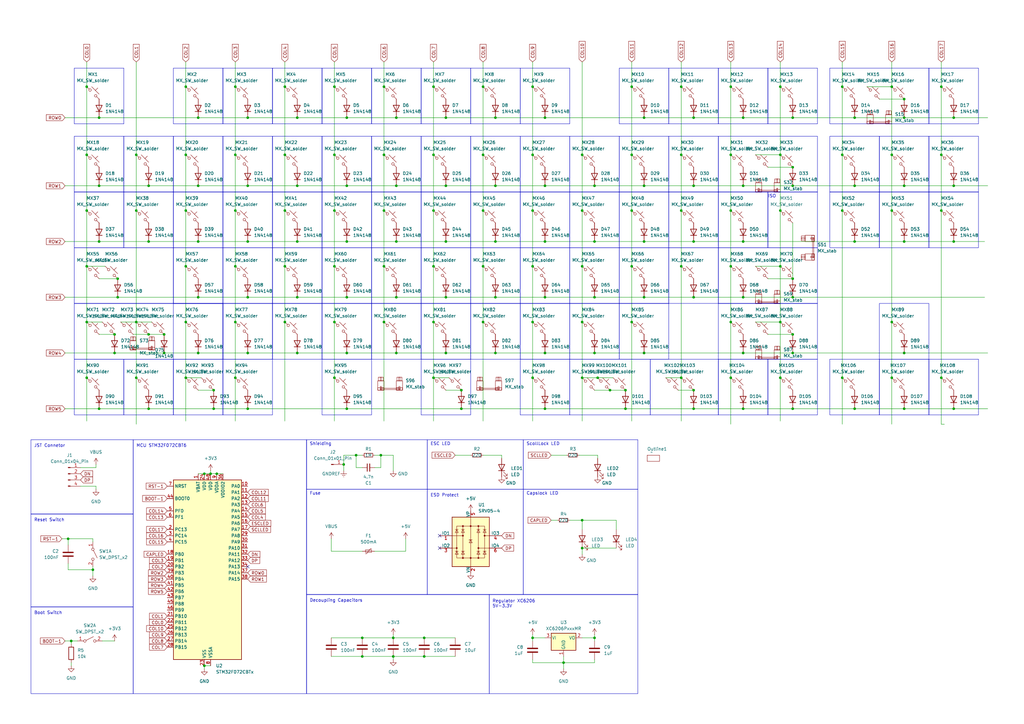
<source format=kicad_sch>
(kicad_sch (version 20250114) (generator "eeschema") (generator_version "9.0")
  (paper "A3")
  (title_block (title "900Than9") (company "KKDLabs"))
  (rectangle (start 360.68 147.32) (end 381 170.18))
  (rectangle (start 30.48 78.74) (end 50.8 101.6))
  (rectangle (start 71.12 101.6) (end 91.44 124.46))
  (rectangle (start 213.36 124.46) (end 233.68 147.32))
  (rectangle (start 71.12 78.74) (end 91.44 101.6))
  (rectangle (start 294.64 78.74) (end 314.96 101.6))
  (rectangle (start 172.72 27.94) (end 193.04 50.8))
  (rectangle (start 233.68 101.6) (end 254 124.46))
  (rectangle (start 132.08 78.74) (end 152.4 101.6))
  (rectangle (start 200.66 243.84) (end 261.62 284.48))
  (rectangle (start 12.7 180.34) (end 54.61 210.82))
  (rectangle (start 294.64 27.94) (end 314.96 50.8))
  (rectangle (start 360.68 124.46) (end 381 147.32))
  (rectangle (start 132.08 27.94) (end 152.4 50.8))
  (rectangle (start 254 55.88) (end 274.32 78.74))
  (rectangle (start 294.64 124.46) (end 335.28 147.32))
  (rectangle (start 30.48 101.6) (end 71.12 124.46))
  (rectangle (start 213.36 55.88) (end 233.68 78.74))
  (rectangle (start 30.48 147.32) (end 50.8 170.18))
  (rectangle (start 233.68 78.74) (end 254 101.6))
  (rectangle (start 91.44 124.46) (end 111.76 147.32))
  (rectangle (start 274.32 101.6) (end 294.64 124.46))
  (rectangle (start 172.72 101.6) (end 193.04 124.46))
  (rectangle (start 254 27.94) (end 274.32 50.8))
  (rectangle (start 132.08 55.88) (end 152.4 78.74))
  (rectangle (start 71.12 147.32) (end 91.44 170.18))
  (rectangle (start 213.36 27.94) (end 233.68 50.8))
  (rectangle (start 381 55.88) (end 401.32 78.74))
  (rectangle (start 54.61 180.34) (end 125.73 284.48))
  (rectangle (start 111.76 101.6) (end 132.08 124.46))
  (rectangle (start 30.48 124.46) (end 91.44 147.32))
  (rectangle (start 340.36 27.94) (end 381 50.8))
  (rectangle (start 172.72 78.74) (end 193.04 101.6))
  (rectangle (start 172.72 55.88) (end 193.04 78.74))
  (rectangle (start 381 147.32) (end 401.32 170.18))
  (rectangle (start 175.26 180.34) (end 214.63 200.66))
  (rectangle (start 132.08 101.6) (end 152.4 124.46))
  (rectangle (start 132.08 147.32) (end 152.4 170.18))
  (rectangle (start 381 78.74) (end 401.32 101.6))
  (rectangle (start 274.32 55.88) (end 294.64 78.74))
  (rectangle (start 125.73 243.84) (end 200.66 284.48))
  (rectangle (start 254 124.46) (end 274.32 147.32))
  (rectangle (start 340.36 147.32) (end 360.68 170.18))
  (rectangle (start 152.4 55.88) (end 172.72 78.74))
  (rectangle (start 152.4 124.46) (end 172.72 147.32))
  (rectangle (start 274.32 27.94) (end 294.64 50.8))
  (rectangle (start 111.76 78.74) (end 132.08 101.6))
  (rectangle (start 314.96 27.94) (end 335.28 50.8))
  (rectangle (start 314.96 78.74) (end 335.28 101.6))
  (rectangle (start 91.44 147.32) (end 111.76 170.18))
  (rectangle (start 214.63 200.66) (end 261.62 243.84))
  (rectangle (start 172.72 124.46) (end 193.04 147.32))
  (rectangle (start 193.04 78.74) (end 213.36 101.6))
  (rectangle (start 125.73 180.34) (end 175.26 200.66))
  (rectangle (start 152.4 27.94) (end 172.72 50.8))
  (rectangle (start 111.76 27.94) (end 132.08 50.8))
  (rectangle (start 71.12 124.46) (end 91.44 147.32))
  (rectangle (start 213.36 101.6) (end 233.68 124.46))
  (rectangle (start 381 27.94) (end 401.32 50.8))
  (rectangle (start 193.04 124.46) (end 213.36 147.32))
  (rectangle (start 294.64 101.6) (end 335.28 124.46))
  (rectangle (start 152.4 78.74) (end 172.72 101.6))
  (rectangle (start 233.68 147.32) (end 266.7 170.18))
  (rectangle (start 254 101.6) (end 274.32 124.46))
  (rectangle (start 233.68 124.46) (end 254 147.32))
  (rectangle (start 91.44 55.88) (end 111.76 78.74))
  (rectangle (start 91.44 101.6) (end 111.76 124.46))
  (rectangle (start 12.7 248.92) (end 54.61 284.48))
  (rectangle (start 50.8 147.32) (end 71.12 170.18))
  (rectangle (start 266.7 147.32) (end 294.64 170.18))
  (rectangle (start 50.8 55.88) (end 71.12 78.74))
  (rectangle (start 360.68 78.74) (end 381 101.6))
  (rectangle (start 193.04 27.94) (end 213.36 50.8))
  (rectangle (start 71.12 55.88) (end 91.44 78.74))
  (rectangle (start 30.48 27.94) (end 50.8 50.8))
  (rectangle (start 254 78.74) (end 274.32 101.6))
  (rectangle (start 50.8 78.74) (end 71.12 101.6))
  (rectangle (start 314.96 147.32) (end 335.28 170.18))
  (rectangle (start 193.04 55.88) (end 213.36 78.74))
  (rectangle (start 175.26 200.66) (end 214.63 243.84))
  (rectangle (start 12.7 210.82) (end 54.61 248.92))
  (rectangle (start 214.63 180.34) (end 261.62 200.66))
  (rectangle (start 340.36 78.74) (end 360.68 101.6))
  (rectangle (start 172.72 147.32) (end 193.04 170.18))
  (rectangle (start 132.08 124.46) (end 152.4 147.32))
  (rectangle (start 193.04 101.6) (end 213.36 124.46))
  (rectangle (start 125.73 200.66) (end 175.26 243.84))
  (rectangle (start 233.68 55.88) (end 254 78.74))
  (rectangle (start 91.44 27.94) (end 111.76 50.8))
  (rectangle (start 294.64 147.32) (end 314.96 170.18))
  (rectangle (start 111.76 124.46) (end 132.08 147.32))
  (rectangle (start 294.64 55.88) (end 335.28 78.74))
  (rectangle (start 30.48 55.88) (end 50.8 78.74))
  (rectangle (start 213.36 147.32) (end 233.68 170.18))
  (rectangle (start 91.44 78.74) (end 111.76 101.6))
  (rectangle (start 213.36 78.74) (end 233.68 101.6))
  (rectangle (start 71.12 27.94) (end 91.44 50.8))
  (rectangle (start 340.36 55.88) (end 360.68 78.74))
  (rectangle (start 111.76 55.88) (end 132.08 78.74))
  (rectangle (start 360.68 55.88) (end 381 78.74))
  (rectangle (start 152.4 101.6) (end 172.72 124.46))
  (rectangle (start 274.32 78.74) (end 294.64 101.6))
  (text "Fuse" (at 127 203.2 0) (effects (font (size 1.27 1.27)) (justify left bottom)))
  (text "Reset Switch\n" (at 13.97 213.36 0) (effects (font (size 1.27 1.27)) (justify left)))
  (text "MCU STM32F072CBT6" (at 55.88 182.88 0) (effects (font (size 1.27 1.27)) (justify left)))
  (text "Regulator XC6206\n5V-3.3V\n" (at 201.93 247.65 0) (effects (font (size 1.27 1.27)) (justify left)))
  (text "Shielding\n" (at 127 182.88 0) (effects (font (size 1.27 1.27)) (justify left bottom)))
  (text "ScollLock LED" (at 215.9 182.88 0) (effects (font (size 1.27 1.27)) (justify left bottom)))
  (text "Capslock LED" (at 215.9 203.2 0) (effects (font (size 1.27 1.27)) (justify left bottom)))
  (text "ESD Protect" (at 176.53 203.2 0) (effects (font (size 1.27 1.27)) (justify left)))
  (text "ISO" (at 314.96 81.28 0) (effects (font (size 1.27 1.27)) (justify left bottom)))
  (text "Boot Switch\n" (at 13.97 251.46 0) (effects (font (size 1.27 1.27)) (justify left)))
  (text "ESC LED" (at 176.53 182.88 0) (effects (font (size 1.27 1.27)) (justify left bottom)))
  (text "Decoupling Capacitors\n" (at 127 246.38 0) (effects (font (size 1.27 1.27)) (justify left)))
  (text "JST Connetor" (at 13.97 182.88 0) (effects (font (size 1.27 1.27)) (justify left)))
  (junction (at 101.6 76.2))
  (junction (at 304.8 144.78))
  (junction (at 223.52 48.26))
  (junction (at 182.88 121.92))
  (junction (at 259.08 86.36))
  (junction (at 325.12 137.16))
  (junction (at 101.6 99.06))
  (junction (at 182.88 76.2))
  (junction (at 264.16 48.26))
  (junction (at 264.16 144.78))
  (junction (at 177.8 132.08))
  (junction (at 96.52 132.08))
  (junction (at 156.21 186.69))
  (junction (at 60.96 99.06))
  (junction (at 48.26 114.3))
  (junction (at 203.2 76.2))
  (junction (at 223.52 121.92))
  (junction (at 284.48 76.2))
  (junction (at 157.48 109.22))
  (junction (at 256.54 167.64))
  (junction (at 198.12 35.56))
  (junction (at 345.44 35.56))
  (junction (at 203.2 99.06))
  (junction (at 137.16 132.08))
  (junction (at 177.8 35.56))
  (junction (at 142.24 48.26))
  (junction (at 203.2 48.26))
  (junction (at 46.99 137.16))
  (junction (at 391.16 76.2))
  (junction (at 243.84 144.78))
  (junction (at 223.52 167.64))
  (junction (at 325.12 76.2))
  (junction (at 320.04 35.56))
  (junction (at 137.16 35.56))
  (junction (at 218.44 154.94))
  (junction (at 325.12 114.3))
  (junction (at 325.12 144.78))
  (junction (at 345.44 154.94))
  (junction (at 35.56 132.08))
  (junction (at 218.44 35.56))
  (junction (at 284.48 48.26))
  (junction (at 238.76 224.79))
  (junction (at 259.08 35.56))
  (junction (at 320.04 132.08))
  (junction (at 55.88 63.5))
  (junction (at 142.24 121.92))
  (junction (at 386.08 63.5))
  (junction (at 182.88 48.26))
  (junction (at 238.76 213.36))
  (junction (at 55.88 132.08))
  (junction (at 101.6 48.26))
  (junction (at 116.84 63.5))
  (junction (at 218.44 86.36))
  (junction (at 40.64 48.26))
  (junction (at 116.84 35.56))
  (junction (at 162.56 48.26))
  (junction (at 284.48 99.06))
  (junction (at 365.76 63.5))
  (junction (at 88.9 194.31))
  (junction (at 157.48 63.5))
  (junction (at 320.04 63.5))
  (junction (at 40.64 99.06))
  (junction (at 173.99 261.62))
  (junction (at 101.6 121.92))
  (junction (at 198.12 86.36))
  (junction (at 48.26 121.92))
  (junction (at 81.28 99.06))
  (junction (at 60.96 76.2))
  (junction (at 67.31 144.78))
  (junction (at 96.52 154.94))
  (junction (at 137.16 154.94))
  (junction (at 284.48 121.92))
  (junction (at 279.4 154.94))
  (junction (at 264.16 99.06))
  (junction (at 391.16 99.06))
  (junction (at 40.64 76.2))
  (junction (at 284.48 160.02))
  (junction (at 162.56 99.06))
  (junction (at 121.92 121.92))
  (junction (at 386.08 154.94))
  (junction (at 35.56 154.94))
  (junction (at 76.2 86.36))
  (junction (at 137.16 86.36))
  (junction (at 121.92 48.26))
  (junction (at 350.52 99.06))
  (junction (at 198.12 63.5))
  (junction (at 177.8 154.94))
  (junction (at 146.05 186.69))
  (junction (at 81.28 121.92))
  (junction (at 96.52 86.36))
  (junction (at 370.84 40.64))
  (junction (at 81.28 76.2))
  (junction (at 325.12 48.26))
  (junction (at 325.12 68.58))
  (junction (at 121.92 99.06))
  (junction (at 218.44 63.5))
  (junction (at 198.12 109.22))
  (junction (at 370.84 76.2))
  (junction (at 299.72 63.5))
  (junction (at 137.16 63.5))
  (junction (at 87.63 160.02))
  (junction (at 182.88 144.78))
  (junction (at 370.84 48.26))
  (junction (at 87.63 167.64))
  (junction (at 142.24 144.78))
  (junction (at 76.2 35.56))
  (junction (at 284.48 167.64))
  (junction (at 245.11 154.94))
  (junction (at 279.4 86.36))
  (junction (at 162.56 76.2))
  (junction (at 304.8 76.2))
  (junction (at 76.2 154.94))
  (junction (at 370.84 144.78))
  (junction (at 304.8 48.26))
  (junction (at 177.8 63.5))
  (junction (at 304.8 121.92))
  (junction (at 386.08 35.56))
  (junction (at 177.8 109.22))
  (junction (at 320.04 109.22))
  (junction (at 238.76 132.08))
  (junction (at 157.48 132.08))
  (junction (at 76.2 63.5))
  (junction (at 101.6 167.64))
  (junction (at 162.56 121.92))
  (junction (at 218.44 132.08))
  (junction (at 238.76 109.22))
  (junction (at 96.52 35.56))
  (junction (at 243.84 261.62))
  (junction (at 231.14 271.78))
  (junction (at 218.44 261.62))
  (junction (at 121.92 144.78))
  (junction (at 304.8 167.64))
  (junction (at 391.16 167.64))
  (junction (at 182.88 99.06))
  (junction (at 162.56 144.78))
  (junction (at 238.76 154.94))
  (junction (at 304.8 99.06))
  (junction (at 76.2 109.22))
  (junction (at 391.16 48.26))
  (junction (at 60.96 167.64))
  (junction (at 345.44 86.36))
  (junction (at 223.52 144.78))
  (junction (at 198.12 132.08))
  (junction (at 370.84 167.64))
  (junction (at 142.24 76.2))
  (junction (at 256.54 160.02))
  (junction (at 223.52 99.06))
  (junction (at 365.76 154.94))
  (junction (at 140.97 190.5))
  (junction (at 76.2 132.08))
  (junction (at 83.82 194.31))
  (junction (at 116.84 132.08))
  (junction (at 365.76 132.08))
  (junction (at 38.1 233.68))
  (junction (at 259.08 63.5))
  (junction (at 81.28 48.26))
  (junction (at 264.16 121.92))
  (junction (at 218.44 109.22))
  (junction (at 96.52 109.22))
  (junction (at 345.44 63.5))
  (junction (at 116.84 86.36))
  (junction (at 35.56 35.56))
  (junction (at 189.23 160.02))
  (junction (at 299.72 35.56))
  (junction (at 264.16 76.2))
  (junction (at 299.72 109.22))
  (junction (at 350.52 167.64))
  (junction (at 83.82 273.05))
  (junction (at 325.12 167.64))
  (junction (at 365.76 35.56))
  (junction (at 299.72 154.94))
  (junction (at 121.92 76.2))
  (junction (at 29.21 262.89))
  (junction (at 370.84 99.06))
  (junction (at 96.52 63.5))
  (junction (at 27.94 220.98))
  (junction (at 238.76 63.5))
  (junction (at 238.76 86.36))
  (junction (at 350.52 76.2))
  (junction (at 386.08 86.36))
  (junction (at 177.8 86.36))
  (junction (at 142.24 99.06))
  (junction (at 142.24 167.64))
  (junction (at 243.84 99.06))
  (junction (at 243.84 121.92))
  (junction (at 161.29 261.62))
  (junction (at 46.99 144.78))
  (junction (at 189.23 167.64))
  (junction (at 365.76 86.36))
  (junction (at 299.72 86.36))
  (junction (at 40.64 167.64))
  (junction (at 320.04 154.94))
  (junction (at 35.56 109.22))
  (junction (at 299.72 132.08))
  (junction (at 259.08 109.22))
  (junction (at 350.52 48.26))
  (junction (at 161.29 269.24))
  (junction (at 35.56 63.5))
  (junction (at 250.19 160.02))
  (junction (at 67.31 137.16))
  (junction (at 157.48 35.56))
  (junction (at 35.56 86.36))
  (junction (at 173.99 269.24))
  (junction (at 116.84 109.22))
  (junction (at 279.4 35.56))
  (junction (at 137.16 109.22))
  (junction (at 157.48 86.36))
  (junction (at 81.28 144.78))
  (junction (at 203.2 121.92))
  (junction (at 259.08 132.08))
  (junction (at 279.4 63.5))
  (junction (at 60.96 137.16))
  (junction (at 86.36 194.31))
  (junction (at 325.12 121.92))
  (junction (at 148.59 261.62))
  (junction (at 223.52 76.2))
  (junction (at 279.4 109.22))
  (junction (at 203.2 144.78))
  (junction (at 55.88 154.94))
  (junction (at 55.88 86.36))
  (junction (at 243.84 76.2))
  (junction (at 320.04 86.36))
  (junction (at 148.59 269.24))
  (junction (at 101.6 144.78))
  (no_connect (at 180.34 224.79))
  (no_connect (at 180.34 219.71))
  (no_connect (at 101.6 232.41))
  (wire (pts (xy 116.84 86.36) (xy 116.84 109.22)))
  (wire (pts (xy 96.52 63.5) (xy 96.52 86.36)))
  (wire (pts (xy 284.48 121.92) (xy 304.8 121.92)))
  (wire (pts (xy 142.24 99.06) (xy 162.56 99.06)))
  (wire (pts (xy 81.28 160.02) (xy 87.63 160.02)))
  (wire (pts (xy 391.16 48.26) (xy 405.13 48.26)))
  (wire (pts (xy 218.44 132.08) (xy 218.44 154.94)))
  (wire (pts (xy 161.29 186.69) (xy 156.21 186.69)))
  (wire (pts (xy 38.1 233.68) (xy 38.1 232.41)))
  (wire (pts (xy 370.84 76.2) (xy 391.16 76.2)))
  (wire (pts (xy 370.84 167.64) (xy 391.16 167.64)))
  (wire (pts (xy 27.94 233.68) (xy 38.1 233.68)))
  (wire (pts (xy 116.84 25.4) (xy 116.84 35.56)))
  (wire (pts (xy 223.52 48.26) (xy 264.16 48.26)))
  (wire (pts (xy 259.08 35.56) (xy 259.08 63.5)))
  (wire (pts (xy 226.06 186.69) (xy 232.41 186.69)))
  (wire (pts (xy 140.97 186.69) (xy 146.05 186.69)))
  (wire (pts (xy 223.52 99.06) (xy 243.84 99.06)))
  (wire (pts (xy 157.48 25.4) (xy 157.48 35.56)))
  (wire (pts (xy 365.76 25.4) (xy 365.76 35.56)))
  (wire (pts (xy 81.28 194.31) (xy 83.82 194.31)))
  (wire (pts (xy 35.56 35.56) (xy 35.56 63.5)))
  (wire (pts (xy 198.12 35.56) (xy 198.12 63.5)))
  (wire (pts (xy 226.06 213.36) (xy 228.6 213.36)))
  (wire (pts (xy 325.12 48.26) (xy 350.52 48.26)))
  (wire (pts (xy 29.21 262.89) (xy 29.21 264.16)))
  (wire (pts (xy 55.88 25.4) (xy 55.88 63.5)))
  (wire (pts (xy 29.21 271.78) (xy 29.21 273.05)))
  (wire (pts (xy 264.16 121.92) (xy 284.48 121.92)))
  (wire (pts (xy 238.76 213.36) (xy 238.76 217.17)))
  (wire (pts (xy 279.4 25.4) (xy 279.4 35.56)))
  (wire (pts (xy 81.28 76.2) (xy 101.6 76.2)))
  (wire (pts (xy 218.44 270.51) (xy 218.44 271.78)))
  (wire (pts (xy 173.99 261.62) (xy 186.69 261.62)))
  (wire (pts (xy 156.21 186.69) (xy 156.21 191.77)))
  (wire (pts (xy 140.97 190.5) (xy 140.97 186.69)))
  (wire (pts (xy 355.6 35.56) (xy 365.76 35.56)))
  (wire (pts (xy 259.08 109.22) (xy 259.08 132.08)))
  (wire (pts (xy 26.67 121.92) (xy 48.26 121.92)))
  (wire (pts (xy 137.16 154.94) (xy 137.16 172.72)))
  (wire (pts (xy 189.23 167.64) (xy 223.52 167.64)))
  (wire (pts (xy 86.36 193.04) (xy 86.36 194.31)))
  (wire (pts (xy 360.68 40.64) (xy 370.84 40.64)))
  (wire (pts (xy 198.12 132.08) (xy 198.12 172.72)))
  (wire (pts (xy 27.94 220.98) (xy 27.94 223.52)))
  (wire (pts (xy 256.54 167.64) (xy 284.48 167.64)))
  (wire (pts (xy 203.2 48.26) (xy 223.52 48.26)))
  (wire (pts (xy 137.16 109.22) (xy 137.16 132.08)))
  (wire (pts (xy 162.56 121.92) (xy 182.88 121.92)))
  (wire (pts (xy 137.16 132.08) (xy 137.16 154.94)))
  (wire (pts (xy 320.04 63.5) (xy 320.04 86.36)))
  (wire (pts (xy 35.56 109.22) (xy 35.56 132.08)))
  (wire (pts (xy 391.16 167.64) (xy 405.13 167.64)))
  (wire (pts (xy 203.2 99.06) (xy 223.52 99.06)))
  (wire (pts (xy 55.88 63.5) (xy 55.88 86.36)))
  (wire (pts (xy 279.4 109.22) (xy 279.4 154.94)))
  (wire (pts (xy 26.67 144.78) (xy 46.99 144.78)))
  (wire (pts (xy 101.6 76.2) (xy 121.92 76.2)))
  (wire (pts (xy 121.92 121.92) (xy 142.24 121.92)))
  (wire (pts (xy 26.67 48.26) (xy 40.64 48.26)))
  (wire (pts (xy 304.8 76.2) (xy 325.12 76.2)))
  (wire (pts (xy 320.04 132.08) (xy 320.04 154.94)))
  (wire (pts (xy 153.67 226.06) (xy 166.37 226.06)))
  (wire (pts (xy 49.53 132.08) (xy 55.88 132.08)))
  (wire (pts (xy 137.16 35.56) (xy 137.16 63.5)))
  (wire (pts (xy 48.26 121.92) (xy 81.28 121.92)))
  (wire (pts (xy 284.48 48.26) (xy 304.8 48.26)))
  (wire (pts (xy 83.82 194.31) (xy 86.36 194.31)))
  (wire (pts (xy 26.67 262.89) (xy 29.21 262.89)))
  (wire (pts (xy 238.76 154.94) (xy 245.11 154.94)))
  (wire (pts (xy 146.05 186.69) (xy 146.05 191.77)))
  (wire (pts (xy 54.61 137.16) (xy 60.96 137.16)))
  (wire (pts (xy 370.84 144.78) (xy 405.13 144.78)))
  (wire (pts (xy 231.14 271.78) (xy 243.84 271.78)))
  (wire (pts (xy 231.14 271.78) (xy 231.14 274.32)))
  (wire (pts (xy 27.94 231.14) (xy 27.94 233.68)))
  (wire (pts (xy 162.56 144.78) (xy 182.88 144.78)))
  (wire (pts (xy 218.44 35.56) (xy 218.44 63.5)))
  (wire (pts (xy 218.44 271.78) (xy 231.14 271.78)))
  (wire (pts (xy 245.11 154.94) (xy 251.46 154.94)))
  (wire (pts (xy 273.05 154.94) (xy 279.4 154.94)))
  (wire (pts (xy 309.88 63.5) (xy 320.04 63.5)))
  (wire (pts (xy 238.76 132.08) (xy 238.76 154.94)))
  (wire (pts (xy 186.69 186.69) (xy 193.04 186.69)))
  (wire (pts (xy 116.84 109.22) (xy 116.84 132.08)))
  (wire (pts (xy 345.44 154.94) (xy 345.44 173.99)))
  (wire (pts (xy 386.08 173.99) (xy 387.35 173.99)))
  (wire (pts (xy 304.8 144.78) (xy 325.12 144.78)))
  (wire (pts (xy 182.88 160.02) (xy 189.23 160.02)))
  (wire (pts (xy 76.2 154.94) (xy 76.2 172.72)))
  (wire (pts (xy 259.08 132.08) (xy 259.08 172.72)))
  (wire (pts (xy 156.21 186.69) (xy 153.67 186.69)))
  (wire (pts (xy 304.8 167.64) (xy 325.12 167.64)))
  (wire (pts (xy 325.12 121.92) (xy 403.86 121.92)))
  (wire (pts (xy 198.12 86.36) (xy 198.12 109.22)))
  (wire (pts (xy 40.64 137.16) (xy 46.99 137.16)))
  (wire (pts (xy 203.2 144.78) (xy 223.52 144.78)))
  (wire (pts (xy 243.84 99.06) (xy 264.16 99.06)))
  (wire (pts (xy 142.24 76.2) (xy 162.56 76.2)))
  (wire (pts (xy 38.1 233.68) (xy 38.1 236.22)))
  (wire (pts (xy 370.84 48.26) (xy 391.16 48.26)))
  (wire (pts (xy 259.08 25.4) (xy 259.08 35.56)))
  (wire (pts (xy 284.48 167.64) (xy 304.8 167.64)))
  (wire (pts (xy 135.89 261.62) (xy 148.59 261.62)))
  (wire (pts (xy 314.96 114.3) (xy 325.12 114.3)))
  (wire (pts (xy 60.96 167.64) (xy 87.63 167.64)))
  (wire (pts (xy 218.44 25.4) (xy 218.44 35.56)))
  (wire (pts (xy 218.44 63.5) (xy 218.44 86.36)))
  (wire (pts (xy 135.89 220.98) (xy 135.89 226.06)))
  (wire (pts (xy 96.52 109.22) (xy 96.52 132.08)))
  (wire (pts (xy 35.56 63.5) (xy 35.56 86.36)))
  (wire (pts (xy 238.76 227.33) (xy 238.76 224.79)))
  (wire (pts (xy 26.67 167.64) (xy 40.64 167.64)))
  (wire (pts (xy 243.84 76.2) (xy 264.16 76.2)))
  (wire (pts (xy 81.28 48.26) (xy 101.6 48.26)))
  (wire (pts (xy 35.56 25.4) (xy 35.56 35.56)))
  (wire (pts (xy 237.49 186.69) (xy 245.11 186.69)))
  (wire (pts (xy 243.84 144.78) (xy 264.16 144.78)))
  (wire (pts (xy 83.82 273.05) (xy 83.82 274.32)))
  (wire (pts (xy 101.6 121.92) (xy 121.92 121.92)))
  (wire (pts (xy 177.8 35.56) (xy 177.8 63.5)))
  (wire (pts (xy 86.36 194.31) (xy 88.9 194.31)))
  (wire (pts (xy 67.31 144.78) (xy 81.28 144.78)))
  (wire (pts (xy 314.96 137.16) (xy 325.12 137.16)))
  (wire (pts (xy 259.08 63.5) (xy 259.08 86.36)))
  (wire (pts (xy 40.64 76.2) (xy 60.96 76.2)))
  (wire (pts (xy 35.56 154.94) (xy 35.56 172.72)))
  (wire (pts (xy 55.88 154.94) (xy 55.88 173.99)))
  (wire (pts (xy 81.28 144.78) (xy 101.6 144.78)))
  (wire (pts (xy 391.16 99.06) (xy 403.86 99.06)))
  (wire (pts (xy 299.72 35.56) (xy 299.72 63.5)))
  (wire (pts (xy 325.12 144.78) (xy 370.84 144.78)))
  (wire (pts (xy 140.97 193.04) (xy 140.97 190.5)))
  (wire (pts (xy 146.05 186.69) (xy 148.59 186.69)))
  (wire (pts (xy 284.48 99.06) (xy 304.8 99.06)))
  (wire (pts (xy 121.92 99.06) (xy 142.24 99.06)))
  (wire (pts (xy 264.16 48.26) (xy 284.48 48.26)))
  (wire (pts (xy 182.88 144.78) (xy 203.2 144.78)))
  (wire (pts (xy 243.84 260.35) (xy 243.84 261.62)))
  (wire (pts (xy 116.84 63.5) (xy 116.84 86.36)))
  (wire (pts (xy 345.44 35.56) (xy 345.44 63.5)))
  (wire (pts (xy 203.2 76.2) (xy 223.52 76.2)))
  (wire (pts (xy 26.67 76.2) (xy 40.64 76.2)))
  (wire (pts (xy 35.56 86.36) (xy 35.56 109.22)))
  (wire (pts (xy 309.88 132.08) (xy 320.04 132.08)))
  (wire (pts (xy 284.48 76.2) (xy 304.8 76.2)))
  (wire (pts (xy 177.8 154.94) (xy 177.8 172.72)))
  (wire (pts (xy 370.84 99.06) (xy 391.16 99.06)))
  (wire (pts (xy 223.52 261.62) (xy 218.44 261.62)))
  (wire (pts (xy 157.48 109.22) (xy 157.48 132.08)))
  (wire (pts (xy 76.2 86.36) (xy 76.2 109.22)))
  (wire (pts (xy 177.8 154.94) (xy 184.15 154.94)))
  (wire (pts (xy 55.88 86.36) (xy 55.88 132.08)))
  (wire (pts (xy 238.76 154.94) (xy 238.76 172.72)))
  (wire (pts (xy 320.04 25.4) (xy 320.04 35.56)))
  (wire (pts (xy 96.52 132.08) (xy 96.52 154.94)))
  (wire (pts (xy 101.6 99.06) (xy 121.92 99.06)))
  (wire (pts (xy 182.88 76.2) (xy 203.2 76.2)))
  (wire (pts (xy 116.84 132.08) (xy 116.84 172.72)))
  (wire (pts (xy 198.12 109.22) (xy 198.12 132.08)))
  (wire (pts (xy 243.84 261.62) (xy 243.84 262.89)))
  (wire (pts (xy 101.6 48.26) (xy 121.92 48.26)))
  (wire (pts (xy 182.88 48.26) (xy 203.2 48.26)))
  (wire (pts (xy 148.59 261.62) (xy 161.29 261.62)))
  (wire (pts (xy 76.2 25.4) (xy 76.2 35.56)))
  (wire (pts (xy 146.05 191.77) (xy 148.59 191.77)))
  (wire (pts (xy 137.16 63.5) (xy 137.16 86.36)))
  (wire (pts (xy 142.24 48.26) (xy 162.56 48.26)))
  (wire (pts (xy 137.16 25.4) (xy 137.16 35.56)))
  (wire (pts (xy 245.11 186.69) (xy 245.11 187.96)))
  (wire (pts (xy 365.76 132.08) (xy 365.76 154.94)))
  (wire (pts (xy 40.64 99.06) (xy 60.96 99.06)))
  (wire (pts (xy 238.76 25.4) (xy 238.76 63.5)))
  (wire (pts (xy 40.64 114.3) (xy 48.26 114.3)))
  (wire (pts (xy 243.84 121.92) (xy 264.16 121.92)))
  (wire (pts (xy 350.52 76.2) (xy 370.84 76.2)))
  (wire (pts (xy 177.8 25.4) (xy 177.8 35.56)))
  (wire (pts (xy 279.4 63.5) (xy 279.4 86.36)))
  (wire (pts (xy 182.88 121.92) (xy 203.2 121.92)))
  (wire (pts (xy 33.02 191.77) (xy 39.37 191.77)))
  (wire (pts (xy 46.99 144.78) (xy 67.31 144.78)))
  (wire (pts (xy 250.19 160.02) (xy 256.54 160.02)))
  (wire (pts (xy 121.92 48.26) (xy 142.24 48.26)))
  (wire (pts (xy 243.84 160.02) (xy 250.19 160.02)))
  (wire (pts (xy 345.44 86.36) (xy 345.44 154.94)))
  (wire (pts (xy 325.12 167.64) (xy 350.52 167.64)))
  (wire (pts (xy 264.16 76.2) (xy 284.48 76.2)))
  (wire (pts (xy 81.28 99.06) (xy 101.6 99.06)))
  (wire (pts (xy 223.52 76.2) (xy 243.84 76.2)))
  (wire (pts (xy 238.76 213.36) (xy 252.73 213.36)))
  (wire (pts (xy 83.82 273.05) (xy 86.36 273.05)))
  (wire (pts (xy 35.56 109.22) (xy 43.18 109.22)))
  (wire (pts (xy 173.99 269.24) (xy 186.69 269.24)))
  (wire (pts (xy 386.08 25.4) (xy 386.08 35.56)))
  (wire (pts (xy 29.21 262.89) (xy 31.75 262.89)))
  (wire (pts (xy 365.76 154.94) (xy 365.76 173.99)))
  (wire (pts (xy 38.1 220.98) (xy 38.1 222.25)))
  (wire (pts (xy 137.16 86.36) (xy 137.16 109.22)))
  (wire (pts (xy 325.12 91.44) (xy 325.12 114.3)))
  (wire (pts (xy 278.13 160.02) (xy 284.48 160.02)))
  (wire (pts (xy 76.2 35.56) (xy 76.2 63.5)))
  (wire (pts (xy 391.16 76.2) (xy 405.13 76.2)))
  (wire (pts (xy 238.76 86.36) (xy 238.76 109.22)))
  (wire (pts (xy 309.88 109.22) (xy 320.04 109.22)))
  (wire (pts (xy 25.4 220.98) (xy 27.94 220.98)))
  (wire (pts (xy 264.16 99.06) (xy 284.48 99.06)))
  (wire (pts (xy 116.84 35.56) (xy 116.84 63.5)))
  (wire (pts (xy 26.67 99.06) (xy 40.64 99.06)))
  (wire (pts (xy 350.52 48.26) (xy 370.84 48.26)))
  (wire (pts (xy 135.89 269.24) (xy 148.59 269.24)))
  (wire (pts (xy 157.48 86.36) (xy 157.48 109.22)))
  (wire (pts (xy 135.89 226.06) (xy 148.59 226.06)))
  (wire (pts (xy 33.02 199.39) (xy 39.37 199.39)))
  (wire (pts (xy 304.8 121.92) (xy 325.12 121.92)))
  (wire (pts (xy 161.29 269.24) (xy 173.99 269.24)))
  (wire (pts (xy 386.08 154.94) (xy 386.08 173.99)))
  (wire (pts (xy 304.8 99.06) (xy 350.52 99.06)))
  (wire (pts (xy 76.2 132.08) (xy 76.2 154.94)))
  (wire (pts (xy 157.48 132.08) (xy 157.48 172.72)))
  (wire (pts (xy 39.37 199.39) (xy 39.37 200.66)))
  (wire (pts (xy 320.04 35.56) (xy 320.04 63.5)))
  (wire (pts (xy 55.88 132.08) (xy 55.88 154.94)))
  (wire (pts (xy 350.52 99.06) (xy 370.84 99.06)))
  (wire (pts (xy 81.28 121.92) (xy 101.6 121.92)))
  (wire (pts (xy 101.6 144.78) (xy 121.92 144.78)))
  (wire (pts (xy 27.94 220.98) (xy 38.1 220.98)))
  (wire (pts (xy 60.96 76.2) (xy 81.28 76.2)))
  (wire (pts (xy 121.92 76.2) (xy 142.24 76.2)))
  (wire (pts (xy 365.76 35.56) (xy 365.76 63.5)))
  (wire (pts (xy 386.08 63.5) (xy 386.08 86.36)))
  (wire (pts (xy 35.56 132.08) (xy 41.91 132.08)))
  (wire (pts (xy 198.12 25.4) (xy 198.12 35.56)))
  (wire (pts (xy 35.56 132.08) (xy 35.56 154.94)))
  (wire (pts (xy 223.52 121.92) (xy 243.84 121.92)))
  (wire (pts (xy 299.72 109.22) (xy 299.72 132.08)))
  (wire (pts (xy 223.52 167.64) (xy 256.54 167.64)))
  (wire (pts (xy 177.8 63.5) (xy 177.8 86.36)))
  (wire (pts (xy 88.9 194.31) (xy 91.44 194.31)))
  (wire (pts (xy 314.96 68.58) (xy 325.12 68.58)))
  (wire (pts (xy 299.72 63.5) (xy 299.72 86.36)))
  (wire (pts (xy 238.76 261.62) (xy 243.84 261.62)))
  (wire (pts (xy 121.92 144.78) (xy 142.24 144.78)))
  (wire (pts (xy 299.72 132.08) (xy 299.72 154.94)))
  (wire (pts (xy 350.52 167.64) (xy 370.84 167.64)))
  (wire (pts (xy 264.16 144.78) (xy 304.8 144.78)))
  (wire (pts (xy 96.52 154.94) (xy 96.52 172.72)))
  (wire (pts (xy 161.29 260.35) (xy 161.29 261.62)))
  (wire (pts (xy 162.56 48.26) (xy 182.88 48.26)))
  (wire (pts (xy 101.6 167.64) (xy 142.24 167.64)))
  (wire (pts (xy 76.2 154.94) (xy 82.55 154.94)))
  (wire (pts (xy 156.21 191.77) (xy 153.67 191.77)))
  (wire (pts (xy 96.52 25.4) (xy 96.52 35.56)))
  (wire (pts (xy 238.76 63.5) (xy 238.76 86.36)))
  (wire (pts (xy 386.08 35.56) (xy 386.08 63.5)))
  (wire (pts (xy 365.76 86.36) (xy 365.76 132.08)))
  (wire (pts (xy 161.29 269.24) (xy 161.29 270.51)))
  (wire (pts (xy 87.63 167.64) (xy 101.6 167.64)))
  (wire (pts (xy 166.37 220.98) (xy 166.37 226.06)))
  (wire (pts (xy 177.8 86.36) (xy 177.8 109.22)))
  (wire (pts (xy 198.12 63.5) (xy 198.12 86.36)))
  (wire (pts (xy 259.08 86.36) (xy 259.08 109.22)))
  (wire (pts (xy 161.29 193.04) (xy 161.29 186.69)))
  (wire (pts (xy 345.44 63.5) (xy 345.44 86.36)))
  (wire (pts (xy 238.76 109.22) (xy 238.76 132.08)))
  (wire (pts (xy 177.8 132.08) (xy 177.8 154.94)))
  (wire (pts (xy 60.96 99.06) (xy 81.28 99.06)))
  (wire (pts (xy 96.52 35.56) (xy 96.52 63.5)))
  (wire (pts (xy 60.96 137.16) (xy 67.31 137.16)))
  (wire (pts (xy 365.76 63.5) (xy 365.76 86.36)))
  (wire (pts (xy 320.04 109.22) (xy 320.04 132.08)))
  (wire (pts (xy 205.74 186.69) (xy 205.74 187.96)))
  (wire (pts (xy 162.56 76.2) (xy 182.88 76.2)))
  (wire (pts (xy 325.12 76.2) (xy 350.52 76.2)))
  (wire (pts (xy 299.72 86.36) (xy 299.72 109.22)))
  (wire (pts (xy 40.64 167.64) (xy 60.96 167.64)))
  (wire (pts (xy 142.24 121.92) (xy 162.56 121.92)))
  (wire (pts (xy 96.52 86.36) (xy 96.52 109.22)))
  (wire (pts (xy 299.72 25.4) (xy 299.72 35.56)))
  (wire (pts (xy 279.4 86.36) (xy 279.4 109.22)))
  (wire (pts (xy 279.4 35.56) (xy 279.4 63.5)))
  (wire (pts (xy 386.08 86.36) (xy 386.08 154.94)))
  (wire (pts (xy 41.91 262.89) (xy 46.99 262.89)))
  (wire (pts (xy 243.84 270.51) (xy 243.84 271.78)))
  (wire (pts (xy 320.04 154.94) (xy 320.04 172.72)))
  (wire (pts (xy 218.44 109.22) (xy 218.44 132.08)))
  (wire (pts (xy 177.8 109.22) (xy 177.8 132.08)))
  (wire (pts (xy 252.73 217.17) (xy 252.73 213.36)))
  (wire (pts (xy 76.2 63.5) (xy 76.2 86.36)))
  (wire (pts (xy 142.24 167.64) (xy 189.23 167.64)))
  (wire (pts (xy 40.64 48.26) (xy 81.28 48.26)))
  (wire (pts (xy 218.44 154.94) (xy 218.44 172.72)))
  (wire (pts (xy 231.14 269.24) (xy 231.14 271.78)))
  (wire (pts (xy 345.44 25.4) (xy 345.44 35.56)))
  (wire (pts (xy 299.72 154.94) (xy 299.72 173.99)))
  (wire (pts (xy 157.48 63.5) (xy 157.48 86.36)))
  (wire (pts (xy 148.59 269.24) (xy 161.29 269.24)))
  (wire (pts (xy 55.88 132.08) (xy 62.23 132.08)))
  (wire (pts (xy 182.88 99.06) (xy 203.2 99.06)))
  (wire (pts (xy 304.8 48.26) (xy 325.12 48.26)))
  (wire (pts (xy 279.4 154.94) (xy 279.4 172.72)))
  (wire (pts (xy 238.76 224.79) (xy 252.73 224.79)))
  (wire (pts (xy 320.04 86.36) (xy 320.04 109.22)))
  (wire (pts (xy 39.37 190.5) (xy 39.37 191.77)))
  (wire (pts (xy 223.52 144.78) (xy 243.84 144.78)))
  (wire (pts (xy 198.12 186.69) (xy 205.74 186.69)))
  (wire (pts (xy 142.24 144.78) (xy 162.56 144.78)))
  (wire (pts (xy 157.48 35.56) (xy 157.48 63.5)))
  (wire (pts (xy 162.56 99.06) (xy 182.88 99.06)))
  (wire (pts (xy 218.44 260.35) (xy 218.44 261.62)))
  (wire (pts (xy 203.2 121.92) (xy 223.52 121.92)))
  (wire (pts (xy 76.2 109.22) (xy 76.2 132.08)))
  (wire (pts (xy 233.68 213.36) (xy 238.76 213.36)))
  (wire (pts (xy 218.44 86.36) (xy 218.44 109.22)))
  (wire (pts (xy 218.44 261.62) (xy 218.44 262.89)))
  (wire (pts (xy 161.29 261.62) (xy 173.99 261.62)))
  (global_label "ROW4" (shape input) (at 68.58 240.03 180) (property "Intersheetrefs" "${INTERSHEET_REFS}" (effects (hide yes))))
  (global_label "ROW4" (shape input) (at 26.67 144.78 180) (property "Intersheetrefs" "${INTERSHEET_REFS}" (effects (hide yes))))
  (global_label "COL10" (shape input) (at 238.76 25.4 90) (property "Intersheetrefs" "${INTERSHEET_REFS}" (effects (hide yes))))
  (global_label "ROW3" (shape input) (at 68.58 237.49 180) (property "Intersheetrefs" "${INTERSHEET_REFS}" (effects (hide yes))))
  (global_label "ROW0" (shape input) (at 101.6 234.95 0) (property "Intersheetrefs" "${INTERSHEET_REFS}" (effects (hide yes))))
  (global_label "COL11" (shape input) (at 101.6 204.47 0) (property "Intersheetrefs" "${INTERSHEET_REFS}" (effects (hide yes))))
  (global_label "COL0" (shape input) (at 35.56 25.4 90) (property "Intersheetrefs" "${INTERSHEET_REFS}" (effects (hide yes))))
  (global_label "COL13" (shape input) (at 68.58 212.09 180) (property "Intersheetrefs" "${INTERSHEET_REFS}" (effects (hide yes))))
  (global_label "COL15" (shape input) (at 68.58 222.25 180) (property "Intersheetrefs" "${INTERSHEET_REFS}" (effects (hide yes))))
  (global_label "DP" (shape input) (at 33.02 196.85 0) (property "Intersheetrefs" "${INTERSHEET_REFS}" (effects (hide yes))))
  (global_label "SCLLED" (shape input) (at 226.06 186.69 180) (property "Intersheetrefs" "${INTERSHEET_REFS}" (effects (hide yes))))
  (global_label "BOOT-1" (shape input) (at 68.58 204.47 180) (property "Intersheetrefs" "${INTERSHEET_REFS}" (effects (hide yes))))
  (global_label "ESCLED" (shape input) (at 101.6 214.63 0) (property "Intersheetrefs" "${INTERSHEET_REFS}" (effects (hide yes))))
  (global_label "COL9" (shape input) (at 68.58 260.35 180) (property "Intersheetrefs" "${INTERSHEET_REFS}" (effects (hide yes))))
  (global_label "DP" (shape input) (at 205.74 224.79 0) (property "Intersheetrefs" "${INTERSHEET_REFS}" (effects (hide yes))))
  (global_label "COL10" (shape input) (at 68.58 257.81 180) (property "Intersheetrefs" "${INTERSHEET_REFS}" (effects (hide yes))))
  (global_label "DN" (shape input) (at 33.02 194.31 0) (property "Intersheetrefs" "${INTERSHEET_REFS}" (effects (hide yes))))
  (global_label "ESCLED" (shape input) (at 186.69 186.69 180) (property "Intersheetrefs" "${INTERSHEET_REFS}" (effects (hide yes))))
  (global_label "COL12" (shape input) (at 279.4 25.4 90) (property "Intersheetrefs" "${INTERSHEET_REFS}" (effects (hide yes))))
  (global_label "ROW2" (shape input) (at 26.67 99.06 180) (property "Intersheetrefs" "${INTERSHEET_REFS}" (effects (hide yes))))
  (global_label "ROW2" (shape input) (at 68.58 234.95 180) (property "Intersheetrefs" "${INTERSHEET_REFS}" (effects (hide yes))))
  (global_label "COL6" (shape input) (at 157.48 25.4 90) (property "Intersheetrefs" "${INTERSHEET_REFS}" (effects (hide yes))))
  (global_label "CAPLED" (shape input) (at 68.58 227.33 180) (property "Intersheetrefs" "${INTERSHEET_REFS}" (effects (hide yes))))
  (global_label "BOOT-1" (shape input) (at 26.67 262.89 180) (property "Intersheetrefs" "${INTERSHEET_REFS}" (effects (hide yes))))
  (global_label "COL5" (shape input) (at 137.16 25.4 90) (property "Intersheetrefs" "${INTERSHEET_REFS}" (effects (hide yes))))
  (global_label "COL7" (shape input) (at 177.8 25.4 90) (property "Intersheetrefs" "${INTERSHEET_REFS}" (effects (hide yes))))
  (global_label "COL7" (shape input) (at 68.58 265.43 180) (property "Intersheetrefs" "${INTERSHEET_REFS}" (effects (hide yes))))
  (global_label "ROW0" (shape input) (at 26.67 48.26 180) (property "Intersheetrefs" "${INTERSHEET_REFS}" (effects (hide yes))))
  (global_label "COL8" (shape input) (at 68.58 262.89 180) (property "Intersheetrefs" "${INTERSHEET_REFS}" (effects (hide yes))))
  (global_label "ROW1" (shape input) (at 101.6 237.49 0) (property "Intersheetrefs" "${INTERSHEET_REFS}" (effects (hide yes))))
  (global_label "COL17" (shape input) (at 386.08 25.4 90) (property "Intersheetrefs" "${INTERSHEET_REFS}" (effects (hide yes))))
  (global_label "RST-1" (shape input) (at 68.58 199.39 180) (property "Intersheetrefs" "${INTERSHEET_REFS}" (effects (hide yes))))
  (global_label "COL13" (shape input) (at 299.72 25.4 90) (property "Intersheetrefs" "${INTERSHEET_REFS}" (effects (hide yes))))
  (global_label "COL3" (shape input) (at 68.58 229.87 180) (property "Intersheetrefs" "${INTERSHEET_REFS}" (effects (hide yes))))
  (global_label "COL1" (shape input) (at 55.88 25.4 90) (property "Intersheetrefs" "${INTERSHEET_REFS}" (effects (hide yes))))
  (global_label "ROW5" (shape input) (at 26.67 167.64 180) (property "Intersheetrefs" "${INTERSHEET_REFS}" (effects (hide yes))))
  (global_label "COL4" (shape input) (at 101.6 212.09 0) (property "Intersheetrefs" "${INTERSHEET_REFS}" (effects (hide yes))))
  (global_label "DN" (shape input) (at 205.74 219.71 0) (property "Intersheetrefs" "${INTERSHEET_REFS}" (effects (hide yes))))
  (global_label "DN" (shape input) (at 101.6 227.33 0) (property "Intersheetrefs" "${INTERSHEET_REFS}" (effects (hide yes))))
  (global_label "COL12" (shape input) (at 101.6 201.93 0) (property "Intersheetrefs" "${INTERSHEET_REFS}" (effects (hide yes))))
  (global_label "SCLLED" (shape input) (at 101.6 217.17 0) (property "Intersheetrefs" "${INTERSHEET_REFS}" (effects (hide yes))))
  (global_label "COL3" (shape input) (at 96.52 25.4 90) (property "Intersheetrefs" "${INTERSHEET_REFS}" (effects (hide yes))))
  (global_label "COL2" (shape input) (at 68.58 232.41 180) (property "Intersheetrefs" "${INTERSHEET_REFS}" (effects (hide yes))))
  (global_label "COL1" (shape input) (at 68.58 252.73 180) (property "Intersheetrefs" "${INTERSHEET_REFS}" (effects (hide yes))))
  (global_label "CAPLED" (shape input) (at 226.06 213.36 180) (property "Intersheetrefs" "${INTERSHEET_REFS}" (effects (hide yes))))
  (global_label "ROW5" (shape input) (at 68.58 242.57 180) (property "Intersheetrefs" "${INTERSHEET_REFS}" (effects (hide yes))))
  (global_label "ROW3" (shape input) (at 26.67 121.92 180) (property "Intersheetrefs" "${INTERSHEET_REFS}" (effects (hide yes))))
  (global_label "COL16" (shape input) (at 68.58 219.71 180) (property "Intersheetrefs" "${INTERSHEET_REFS}" (effects (hide yes))))
  (global_label "COL16" (shape input) (at 365.76 25.4 90) (property "Intersheetrefs" "${INTERSHEET_REFS}" (effects (hide yes))))
  (global_label "COL2" (shape input) (at 76.2 25.4 90) (property "Intersheetrefs" "${INTERSHEET_REFS}" (effects (hide yes))))
  (global_label "COL14" (shape input) (at 320.04 25.4 90) (property "Intersheetrefs" "${INTERSHEET_REFS}" (effects (hide yes))))
  (global_label "DP" (shape input) (at 101.6 229.87 0) (property "Intersheetrefs" "${INTERSHEET_REFS}" (effects (hide yes))))
  (global_label "COL5" (shape input) (at 101.6 209.55 0) (property "Intersheetrefs" "${INTERSHEET_REFS}" (effects (hide yes))))
  (global_label "COL11" (shape input) (at 259.08 25.4 90) (property "Intersheetrefs" "${INTERSHEET_REFS}" (effects (hide yes))))
  (global_label "COL8" (shape input) (at 198.12 25.4 90) (property "Intersheetrefs" "${INTERSHEET_REFS}" (effects (hide yes))))
  (global_label "ROW1" (shape input) (at 26.67 76.2 180) (property "Intersheetrefs" "${INTERSHEET_REFS}" (effects (hide yes))))
  (global_label "COL14" (shape input) (at 68.58 209.55 180) (property "Intersheetrefs" "${INTERSHEET_REFS}" (effects (hide yes))))
  (global_label "COL17" (shape input) (at 68.58 217.17 180) (property "Intersheetrefs" "${INTERSHEET_REFS}" (effects (hide yes))))
  (global_label "COL9" (shape input) (at 218.44 25.4 90) (property "Intersheetrefs" "${INTERSHEET_REFS}" (effects (hide yes))))
  (global_label "COL6" (shape input) (at 101.6 207.01 0) (property "Intersheetrefs" "${INTERSHEET_REFS}" (effects (hide yes))))
  (global_label "COL15" (shape input) (at 345.44 25.4 90) (property "Intersheetrefs" "${INTERSHEET_REFS}" (effects (hide yes))))
  (global_label "COL0" (shape input) (at 68.58 255.27 180) (property "Intersheetrefs" "${INTERSHEET_REFS}" (effects (hide yes))))
  (global_label "COL4" (shape input) (at 116.84 25.4 90) (property "Intersheetrefs" "${INTERSHEET_REFS}" (effects (hide yes))))
  (global_label "RST-1" (shape input) (at 25.4 220.98 180) (property "Intersheetrefs" "${INTERSHEET_REFS}" (effects (hide yes))))
  (symbol (lib_id "PCM_marbastlib-mx:MX_SW_solder") (at 302.26 88.9 0) (unit 1)
    (property "Reference" "MX50" (at 302.26 81.28 0))
    (property "Value" "MX_SW_solder" (at 302.26 83.82 0))
    (property "Footprint" "My-Fi Footprints:SW_MX_1.5u" (effects (hide yes)))
    (property "Description" "Push button switch, normally open, two pins, 45° tilted" (effects (hide yes)))
  )
  (symbol (lib_id "Device:D") (at 264.16 140.97 90) (unit 1)
    (property "Reference" "D85" (at 266.7 139.6999 90) (effects (justify right)))
    (property "Value" "1N4148" (at 266.7 142.2399 90) (effects (justify right)))
    (property "Footprint" "Diode_SMD:D_SOD-323_HandSoldering" (effects (hide yes)))
    (property "Description" "Diode" (effects (hide yes)))
    (property "Sim.Device" "D" (effects (hide yes)))
    (property "Sim.Pins" "1=K 2=A" (effects (hide yes)))
  )
  (symbol (lib_id "PCM_marbastlib-mx:MX_SW_solder") (at 52.07 134.62 0) (unit 1)
    (property "Reference" "MX73" (at 52.07 127 0))
    (property "Value" "MX_SW_solder" (at 52.07 129.54 0))
    (property "Footprint" "My-Fi Footprints:SW_MX_1u" (effects (hide yes)))
    (property "Description" "Push button switch, normally open, two pins, 45° tilted" (effects (hide yes)))
  )
  (symbol (lib_id "Device:LED") (at 238.76 220.98 90) (unit 1)
    (property "Reference" "LED3" (at 242.57 221.2974 90) (effects (justify right)))
    (property "Value" "LED" (at 242.57 223.8374 90) (effects (justify right)))
    (property "Footprint" "My-Fi Footprints:CAPS_LED_MX_3mm" (effects (hide yes)))
    (property "Description" "Light emitting diode" (effects (hide yes)))
    (property "Sim.Pins" "1=K 2=A" (effects (hide yes)))
  )
  (symbol (lib_id "Device:D") (at 264.16 72.39 90) (unit 1)
    (property "Reference" "D29" (at 266.7 71.1199 90) (effects (justify right)))
    (property "Value" "1N4148" (at 266.7 73.6599 90) (effects (justify right)))
    (property "Footprint" "Diode_SMD:D_SOD-323_HandSoldering" (effects (hide yes)))
    (property "Description" "Diode" (effects (hide yes)))
    (property "Sim.Device" "D" (effects (hide yes)))
    (property "Sim.Pins" "1=K 2=A" (effects (hide yes)))
  )
  (symbol (lib_id "Device:C") (at 135.89 265.43 0) (unit 1)
    (property "Reference" "C3" (at 139.7 264.1599 0) (effects (justify left)))
    (property "Value" "100nF" (at 139.7 266.6999 0) (effects (justify left)))
    (property "Footprint" "Capacitor_SMD:C_0402_1005Metric" (effects (hide yes)))
    (property "Description" "Unpolarized capacitor" (effects (hide yes)))
  )
  (symbol (lib_id "My-Fi Symbols:Outline") (at 267.97 185.42 0) (unit 1) (in_bom no)
    (property "Reference" "Outline1" (at 265.43 184.15 0) (effects (justify left)))
    (property "Value" "~" (at 266.7 185.42 0) (effects (justify left)))
    (property "Footprint" "My-Fi Footprints:A87-outline_jst" (effects (hide yes)))
  )
  (symbol (lib_id "power:GND") (at 245.11 195.58 0) (unit 1)
    (property "Reference" "#PWR037" (effects (hide yes)))
    (property "Value" "GND" (at 248.92 198.12 0))
  )
  (symbol (lib_id "Device:R_Small") (at 195.58 186.69 90) (unit 1)
    (property "Reference" "R2" (at 195.58 184.15 90))
    (property "Value" "220" (at 195.58 186.69 90))
    (property "Footprint" "Resistor_SMD:R_0402_1005Metric" (effects (hide yes)))
  )
  (symbol (lib_id "PCM_marbastlib-mx:MX_SW_solder") (at 38.1 157.48 0) (unit 1)
    (property "Reference" "MX90" (at 38.1 149.86 0))
    (property "Value" "MX_SW_solder" (at 38.1 152.4 0))
    (property "Footprint" "My-Fi Footprints:SW_MX_1.5u" (effects (hide yes)))
    (property "Description" "Push button switch, normally open, two pins, 45° tilted" (effects (hide yes)))
  )
  (symbol (lib_id "Device:D") (at 101.6 95.25 90) (unit 1)
    (property "Reference" "D40" (at 104.14 93.9799 90) (effects (justify right)))
    (property "Value" "1N4148" (at 104.14 96.5199 90) (effects (justify right)))
    (property "Footprint" "Diode_SMD:D_SOD-323_HandSoldering" (effects (hide yes)))
    (property "Description" "Diode" (effects (hide yes)))
    (property "Sim.Device" "D" (effects (hide yes)))
    (property "Sim.Pins" "1=K 2=A" (effects (hide yes)))
  )
  (symbol (lib_id "MCU_ST_STM32F0:STM32F072CBTx") (at 83.82 234.95 0) (unit 1)
    (property "Reference" "U2" (at 88.5541 273.05 0) (effects (justify left)))
    (property "Value" "STM32F072CBTx" (at 88.5541 275.59 0) (effects (justify left)))
    (property "Footprint" "Package_QFP:LQFP-48_7x7mm_P0.5mm" (effects (hide yes)))
    (property "Datasheet" "https://www.st.com/resource/en/datasheet/stm32f072cb.pdf" (effects (hide yes)))
    (property "Description" "STMicroelectronics Arm Cortex-M0 MCU, 128KB flash, 16KB RAM, 48 MHz, 2.0-3.6V, 37 GPIO, LQFP48" (effects (hide yes)))
    (property "MPN" "C81720" (effects (hide yes)))
  )
  (symbol (lib_id "Device:D") (at 81.28 95.25 90) (unit 1)
    (property "Reference" "D39" (at 83.82 93.9799 90) (effects (justify right)))
    (property "Value" "1N4148" (at 83.82 96.5199 90) (effects (justify right)))
    (property "Footprint" "Diode_SMD:D_SOD-323_HandSoldering" (effects (hide yes)))
    (property "Description" "Diode" (effects (hide yes)))
    (property "Sim.Device" "D" (effects (hide yes)))
    (property "Sim.Pins" "1=K 2=A" (effects (hide yes)))
  )
  (symbol (lib_id "Device:D") (at 182.88 140.97 90) (unit 1)
    (property "Reference" "D81" (at 185.42 139.6999 90) (effects (justify right)))
    (property "Value" "1N4148" (at 185.42 142.2399 90) (effects (justify right)))
    (property "Footprint" "Diode_SMD:D_SOD-323_HandSoldering" (effects (hide yes)))
    (property "Description" "Diode" (effects (hide yes)))
    (property "Sim.Device" "D" (effects (hide yes)))
    (property "Sim.Pins" "1=K 2=A" (effects (hide yes)))
  )
  (symbol (lib_id "PCM_marbastlib-mx:MX_SW_solder") (at 200.66 88.9 0) (unit 1)
    (property "Reference" "MX45" (at 200.66 81.28 0))
    (property "Value" "MX_SW_solder" (at 200.66 83.82 0))
    (property "Footprint" "My-Fi Footprints:SW_MX_1u" (effects (hide yes)))
    (property "Description" "Push button switch, normally open, two pins, 45° tilted" (effects (hide yes)))
  )
  (symbol (lib_id "PCM_marbastlib-mx:MX_stab") (at 160.02 157.48 0) (unit 1)
    (property "Reference" "S96" (at 166.37 156.0829 0) (effects (justify left)))
    (property "Value" "MX_stab" (at 166.37 158.6229 0) (effects (justify left)))
    (property "Footprint" "PCM_marbastlib-mx:STAB_MX_6u" (effects (hide yes)))
    (property "Description" "Cherry MX-style stabilizer" (effects (hide yes)))
  )
  (symbol (lib_id "PCM_marbastlib-mx:MX_SW_solder") (at 220.98 38.1 0) (unit 1)
    (property "Reference" "MX9" (at 220.98 30.48 0))
    (property "Value" "MX_SW_solder" (at 220.98 33.02 0))
    (property "Footprint" "My-Fi Footprints:SW_MX_1u" (effects (hide yes)))
    (property "Description" "Push button switch, normally open, two pins, 45° tilted" (effects (hide yes)))
  )
  (symbol (lib_id "PCM_marbastlib-mx:MX_SW_solder") (at 322.58 66.04 0) (unit 1)
    (property "Reference" "MX33" (at 322.58 58.42 0))
    (property "Value" "MX_SW_solder" (at 322.58 60.96 0))
    (property "Footprint" "My-Fi Footprints:SW_MX_1u" (effects (hide yes)))
    (property "Description" "Push button switch, normally open, two pins, 45° tilted" (effects (hide yes)))
  )
  (symbol (lib_id "PCM_marbastlib-mx:MX_SW_solder") (at 119.38 88.9 0) (unit 1)
    (property "Reference" "MX41" (at 119.38 81.28 0))
    (property "Value" "MX_SW_solder" (at 119.38 83.82 0))
    (property "Footprint" "My-Fi Footprints:SW_MX_1u" (effects (hide yes)))
    (property "Description" "Push button switch, normally open, two pins, 45° tilted" (effects (hide yes)))
  )
  (symbol (lib_id "Device:D") (at 304.8 95.25 90) (unit 1)
    (property "Reference" "D50" (at 307.34 93.9799 90) (effects (justify right)))
    (property "Value" "1N4148" (at 307.34 96.5199 90) (effects (justify right)))
    (property "Footprint" "Diode_SMD:D_SOD-323_HandSoldering" (effects (hide yes)))
    (property "Description" "Diode" (effects (hide yes)))
    (property "Sim.Device" "D" (effects (hide yes)))
    (property "Sim.Pins" "1=K 2=A" (effects (hide yes)))
  )
  (symbol (lib_id "Device:D") (at 121.92 118.11 90) (unit 1)
    (property "Reference" "D59" (at 124.46 116.8399 90) (effects (justify right)))
    (property "Value" "1N4148" (at 124.46 119.3799 90) (effects (justify right)))
    (property "Footprint" "Diode_SMD:D_SOD-323_HandSoldering" (effects (hide yes)))
    (property "Description" "Diode" (effects (hide yes)))
    (property "Sim.Device" "D" (effects (hide yes)))
    (property "Sim.Pins" "1=K 2=A" (effects (hide yes)))
  )
  (symbol (lib_id "PCM_marbastlib-mx:MX_SW_solder") (at 322.58 88.9 0) (unit 1)
    (property "Reference" "MX51" (at 322.58 81.28 0))
    (property "Value" "MX_SW_solder" (at 322.58 83.82 0))
    (property "Footprint" "My-Fi Footprints:SW_MX_1u" (effects (hide yes)))
    (property "Description" "Push button switch, normally open, two pins, 45° tilted" (effects (hide yes)))
  )
  (symbol (lib_id "Device:D") (at 182.88 72.39 90) (unit 1)
    (property "Reference" "D25" (at 185.42 71.1199 90) (effects (justify right)))
    (property "Value" "1N4148" (at 185.42 73.6599 90) (effects (justify right)))
    (property "Footprint" "Diode_SMD:D_SOD-323_HandSoldering" (effects (hide yes)))
    (property "Description" "Diode" (effects (hide yes)))
    (property "Sim.Device" "D" (effects (hide yes)))
    (property "Sim.Pins" "1=K 2=A" (effects (hide yes)))
  )
  (symbol (lib_id "PCM_marbastlib-mx:MX_SW_solder") (at 388.62 66.04 0) (unit 1)
    (property "Reference" "MX36" (at 388.62 58.42 0))
    (property "Value" "MX_SW_solder" (at 388.62 60.96 0))
    (property "Footprint" "My-Fi Footprints:SW_MX_1u" (effects (hide yes)))
    (property "Description" "Push button switch, normally open, two pins, 45° tilted" (effects (hide yes)))
  )
  (symbol (lib_id "Device:D") (at 101.6 72.39 90) (unit 1)
    (property "Reference" "D21" (at 104.14 71.1199 90) (effects (justify right)))
    (property "Value" "1N4148" (at 104.14 73.6599 90) (effects (justify right)))
    (property "Footprint" "Diode_SMD:D_SOD-323_HandSoldering" (effects (hide yes)))
    (property "Description" "Diode" (effects (hide yes)))
    (property "Sim.Device" "D" (effects (hide yes)))
    (property "Sim.Pins" "1=K 2=A" (effects (hide yes)))
  )
  (symbol (lib_id "Device:D") (at 256.54 163.83 90) (unit 1)
    (property "Reference" "D101" (at 259.08 162.5599 90) (effects (justify right)))
    (property "Value" "1N4148" (at 259.08 165.0999 90) (effects (justify right)))
    (property "Footprint" "Diode_SMD:D_SOD-323_HandSoldering" (effects (hide yes)))
    (property "Description" "Diode" (effects (hide yes)))
    (property "Sim.Device" "D" (effects (hide yes)))
    (property "Sim.Pins" "1=K 2=A" (effects (hide yes)))
  )
  (symbol (lib_id "Device:C_Small") (at 151.13 191.77 90) (unit 1)
    (property "Reference" "C1" (at 151.13 198.12 90))
    (property "Value" "4.7n" (at 151.13 195.58 90))
    (property "Footprint" "Capacitor_SMD:C_0402_1005Metric" (effects (hide yes)))
  )
  (symbol (lib_id "Device:D") (at 304.8 44.45 90) (unit 1)
    (property "Reference" "D12" (at 307.34 43.1799 90) (effects (justify right)))
    (property "Value" "1N4148" (at 307.34 45.7199 90) (effects (justify right)))
    (property "Footprint" "Diode_SMD:D_SOD-323_HandSoldering" (effects (hide yes)))
    (property "Description" "Diode" (effects (hide yes)))
    (property "Sim.Device" "D" (effects (hide yes)))
    (property "Sim.Pins" "1=K 2=A" (effects (hide yes)))
  )
  (symbol (lib_id "PCM_marbastlib-mx:MX_SW_solder") (at 119.38 134.62 0) (unit 1)
    (property "Reference" "MX78" (at 119.38 127 0))
    (property "Value" "MX_SW_solder" (at 119.38 129.54 0))
    (property "Footprint" "My-Fi Footprints:SW_MX_1u" (effects (hide yes)))
    (property "Description" "Push button switch, normally open, two pins, 45° tilted" (effects (hide yes)))
  )
  (symbol (lib_id "PCM_marbastlib-mx:MX_SW_solder") (at 160.02 38.1 0) (unit 1)
    (property "Reference" "MX6" (at 160.02 30.48 0))
    (property "Value" "MX_SW_solder" (at 160.02 33.02 0))
    (property "Footprint" "My-Fi Footprints:SW_MX_1u" (effects (hide yes)))
    (property "Description" "Push button switch, normally open, two pins, 45° tilted" (effects (hide yes)))
  )
  (symbol (lib_id "PCM_marbastlib-mx:MX_SW_solder") (at 247.65 157.48 0) (unit 1)
    (property "Reference" "MX100" (at 247.65 149.86 0))
    (property "Value" "MX_SW_solder" (at 247.65 152.4 0))
    (property "Footprint" "My-Fi Footprints:SW_MX_1.5u" (effects (hide yes)))
    (property "Description" "Push button switch, normally open, two pins, 45° tilted" (effects (hide yes)))
  )
  (symbol (lib_id "Device:D") (at 325.12 72.39 90) (unit 1)
    (property "Reference" "D33" (at 327.66 71.1199 90) (effects (justify right)))
    (property "Value" "1N4148" (at 327.66 73.6599 90) (effects (justify right)))
    (property "Footprint" "Diode_SMD:D_SOD-323_HandSoldering" (effects (hide yes)))
    (property "Description" "Diode" (effects (hide yes)))
    (property "Sim.Device" "D" (effects (hide yes)))
    (property "Sim.Pins" "1=K 2=A" (effects (hide yes)))
  )
  (symbol (lib_id "power:GNDREF") (at 140.97 193.04 0) (unit 1)
    (property "Reference" "#PWR012" (effects (hide yes)))
    (property "Value" "GNDREF" (at 132.08 194.31 0) (effects (justify left)))
  )
  (symbol (lib_id "Device:D") (at 40.64 72.39 90) (unit 1)
    (property "Reference" "D18" (at 43.18 71.1199 90) (effects (justify right)))
    (property "Value" "1N4148" (at 43.18 73.6599 90) (effects (justify right)))
    (property "Footprint" "Diode_SMD:D_SOD-323_HandSoldering" (effects (hide yes)))
    (property "Description" "Diode" (effects (hide yes)))
    (property "Sim.Device" "D" (effects (hide yes)))
    (property "Sim.Pins" "1=K 2=A" (effects (hide yes)))
  )
  (symbol (lib_id "PCM_marbastlib-mx:MX_SW_solder") (at 261.62 66.04 0) (unit 1)
    (property "Reference" "MX29" (at 261.62 58.42 0))
    (property "Value" "MX_SW_solder" (at 261.62 60.96 0))
    (property "Footprint" "My-Fi Footprints:SW_MX_1u" (effects (hide yes)))
    (property "Description" "Push button switch, normally open, two pins, 45° tilted" (effects (hide yes)))
  )
  (symbol (lib_id "Device:R") (at 29.21 267.97 0) (unit 1)
    (property "Reference" "R5" (at 31.75 266.6999 0) (effects (justify left)))
    (property "Value" "10k" (at 31.75 269.2399 0) (effects (justify left)))
    (property "Footprint" "Resistor_SMD:R_0402_1005Metric" (effects (hide yes)))
    (property "Description" "Resistor" (effects (hide yes)))
  )
  (symbol (lib_id "PCM_marbastlib-mx:MX_SW_solder") (at 220.98 157.48 0) (unit 1)
    (property "Reference" "MX98" (at 220.98 149.86 0))
    (property "Value" "MX_SW_solder" (at 220.98 152.4 0))
    (property "Footprint" "My-Fi Footprints:SW_MX_1u" (effects (hide yes)))
    (property "Description" "Push button switch, normally open, two pins, 45° tilted" (effects (hide yes)))
  )
  (symbol (lib_id "power:GND") (at 29.21 273.05 0) (unit 1)
    (property "Reference" "#PWR015" (effects (hide yes)))
    (property "Value" "GND" (at 29.21 278.13 0))
    (property "Description" "Power symbol creates a global label with name \"GND\" , ground" (effects (hide yes)))
  )
  (symbol (lib_id "Device:D") (at 223.52 140.97 90) (unit 1)
    (property "Reference" "D83" (at 226.06 139.6999 90) (effects (justify right)))
    (property "Value" "1N4148" (at 226.06 142.2399 90) (effects (justify right)))
    (property "Footprint" "Diode_SMD:D_SOD-323_HandSoldering" (effects (hide yes)))
    (property "Description" "Diode" (effects (hide yes)))
    (property "Sim.Device" "D" (effects (hide yes)))
    (property "Sim.Pins" "1=K 2=A" (effects (hide yes)))
  )
  (symbol (lib_id "Device:R_Small") (at 231.14 213.36 90) (unit 1)
    (property "Reference" "R4" (at 231.14 210.82 90))
    (property "Value" "220" (at 231.14 213.36 90))
    (property "Footprint" "Resistor_SMD:R_0402_1005Metric" (effects (hide yes)))
  )
  (symbol (lib_id "PCM_marbastlib-mx:MX_SW_solder") (at 180.34 66.04 0) (unit 1)
    (property "Reference" "MX25" (at 180.34 58.42 0))
    (property "Value" "MX_SW_solder" (at 180.34 60.96 0))
    (property "Footprint" "My-Fi Footprints:SW_MX_1u" (effects (hide yes)))
    (property "Description" "Push button switch, normally open, two pins, 45° tilted" (effects (hide yes)))
  )
  (symbol (lib_id "Device:D") (at 203.2 95.25 90) (unit 1)
    (property "Reference" "D45" (at 205.74 93.9799 90) (effects (justify right)))
    (property "Value" "1N4148" (at 205.74 96.5199 90) (effects (justify right)))
    (property "Footprint" "Diode_SMD:D_SOD-323_HandSoldering" (effects (hide yes)))
    (property "Description" "Diode" (effects (hide yes)))
    (property "Sim.Device" "D" (effects (hide yes)))
    (property "Sim.Pins" "1=K 2=A" (effects (hide yes)))
  )
  (symbol (lib_id "PCM_marbastlib-mx:MX_SW_solder") (at 302.26 38.1 0) (unit 1)
    (property "Reference" "MX12" (at 302.26 30.48 0))
    (property "Value" "MX_SW_solder" (at 302.26 33.02 0))
    (property "Footprint" "My-Fi Footprints:SW_MX_1u" (effects (hide yes)))
    (property "Description" "Push button switch, normally open, two pins, 45° tilted" (effects (hide yes)))
  )
  (symbol (lib_id "PCM_marbastlib-mx:MX_SW_solder") (at 347.98 66.04 0) (unit 1)
    (property "Reference" "MX34" (at 347.98 58.42 0))
    (property "Value" "MX_SW_solder" (at 347.98 60.96 0))
    (property "Footprint" "My-Fi Footprints:SW_MX_1u" (effects (hide yes)))
    (property "Description" "Push button switch, normally open, two pins, 45° tilted" (effects (hide yes)))
  )
  (symbol (lib_id "PCM_marbastlib-mx:MX_SW_solder") (at 139.7 134.62 0) (unit 1)
    (property "Reference" "MX79" (at 139.7 127 0))
    (property "Value" "MX_SW_solder" (at 139.7 129.54 0))
    (property "Footprint" "My-Fi Footprints:SW_MX_1u" (effects (hide yes)))
    (property "Description" "Push button switch, normally open, two pins, 45° tilted" (effects (hide yes)))
  )
  (symbol (lib_id "Device:D") (at 101.6 140.97 90) (unit 1)
    (property "Reference" "D77" (at 104.14 139.6999 90) (effects (justify right)))
    (property "Value" "1N4148" (at 104.14 142.2399 90) (effects (justify right)))
    (property "Footprint" "Diode_SMD:D_SOD-323_HandSoldering" (effects (hide yes)))
    (property "Description" "Diode" (effects (hide yes)))
    (property "Sim.Device" "D" (effects (hide yes)))
    (property "Sim.Pins" "1=K 2=A" (effects (hide yes)))
  )
  (symbol (lib_id "Device:D") (at 48.26 118.11 90) (unit 1)
    (property "Reference" "D56" (at 50.8 116.8399 90) (effects (justify right)))
    (property "Value" "1N4148" (at 50.8 119.3799 90) (effects (justify right)))
    (property "Footprint" "Diode_SMD:D_SOD-323_HandSoldering" (effects (hide yes)))
    (property "Description" "Diode" (effects (hide yes)))
    (property "Sim.Device" "D" (effects (hide yes)))
    (property "Sim.Pins" "1=K 2=A" (effects (hide yes)))
  )
  (symbol (lib_id "power:GND") (at 38.1 236.22 0) (unit 1)
    (property "Reference" "#PWR09" (effects (hide yes)))
    (property "Value" "GND" (at 38.1 241.3 0))
    (property "Description" "Power symbol creates a global label with name \"GND\" , ground" (effects (hide yes)))
  )
  (symbol (lib_id "Device:D") (at 142.24 118.11 90) (unit 1)
    (property "Reference" "D60" (at 144.78 116.8399 90) (effects (justify right)))
    (property "Value" "1N4148" (at 144.78 119.3799 90) (effects (justify right)))
    (property "Footprint" "Diode_SMD:D_SOD-323_HandSoldering" (effects (hide yes)))
    (property "Description" "Diode" (effects (hide yes)))
    (property "Sim.Device" "D" (effects (hide yes)))
    (property "Sim.Pins" "1=K 2=A" (effects (hide yes)))
  )
  (symbol (lib_id "PCM_marbastlib-mx:MX_SW_solder") (at 139.7 66.04 0) (unit 1)
    (property "Reference" "MX23" (at 139.7 58.42 0))
    (property "Value" "MX_SW_solder" (at 139.7 60.96 0))
    (property "Footprint" "My-Fi Footprints:SW_MX_1u" (effects (hide yes)))
    (property "Description" "Push button switch, normally open, two pins, 45° tilted" (effects (hide yes)))
  )
  (symbol (lib_id "PCM_marbastlib-mx:MX_SW_solder") (at 261.62 134.62 0) (unit 1)
    (property "Reference" "MX85" (at 261.62 127 0))
    (property "Value" "MX_SW_solder" (at 261.62 129.54 0))
    (property "Footprint" "My-Fi Footprints:SW_MX_1u" (effects (hide yes)))
    (property "Description" "Push button switch, normally open, two pins, 45° tilted" (effects (hide yes)))
  )
  (symbol (lib_id "PCM_marbastlib-mx:MX_SW_solder") (at 45.72 111.76 0) (unit 1)
    (property "Reference" "MX56" (at 45.72 104.14 0))
    (property "Value" "MX_SW_solder" (at 45.72 106.68 0))
    (property "Footprint" "My-Fi Footprints:SW_MX_1.75u" (effects (hide yes)))
    (property "Description" "Push button switch, normally open, two pins, 45° tilted" (effects (hide yes)))
  )
  (symbol (lib_id "PCM_marbastlib-mx:MX_SW_solder") (at 302.26 157.48 0) (unit 1)
    (property "Reference" "MX104" (at 302.26 149.86 0))
    (property "Value" "MX_SW_solder" (at 302.26 152.4 0))
    (property "Footprint" "My-Fi Footprints:SW_MX_1u" (effects (hide yes)))
    (property "Description" "Push button switch, normally open, two pins, 45° tilted" (effects (hide yes)))
  )
  (symbol (lib_id "PCM_marbastlib-mx:MX_SW_solder") (at 281.94 157.48 0) (unit 1)
    (property "Reference" "MX103" (at 281.94 149.86 0))
    (property "Value" "MX_SW_solder" (at 281.94 152.4 0))
    (property "Footprint" "My-Fi Footprints:SW_MX_1u" (effects (hide yes)))
    (property "Description" "Push button switch, normally open, two pins, 45° tilted" (effects (hide yes)))
  )
  (symbol (lib_id "PCM_marbastlib-mx:MX_SW_solder") (at 160.02 134.62 0) (unit 1)
    (property "Reference" "MX80" (at 160.02 127 0))
    (property "Value" "MX_SW_solder" (at 160.02 129.54 0))
    (property "Footprint" "My-Fi Footprints:SW_MX_1u" (effects (hide yes)))
    (property "Description" "Push button switch, normally open, two pins, 45° tilted" (effects (hide yes)))
  )
  (symbol (lib_id "power:GND") (at 238.76 227.33 0) (unit 1)
    (property "Reference" "#PWR038" (effects (hide yes)))
    (property "Value" "GND" (at 242.57 229.87 0))
  )
  (symbol (lib_id "Switch:SW_DPST_x2") (at 38.1 227.33 270) (unit 1)
    (property "Reference" "SW1" (at 40.64 226.0599 90) (effects (justify left)))
    (property "Value" "SW_DPST_x2" (at 40.64 228.5999 90) (effects (justify left)))
    (property "Footprint" "Button_Switch_SMD:SW_Push_1P1T_XKB_TS-1187A" (effects (hide yes)))
    (property "Description" "Single Pole Single Throw (SPST) switch, separate symbol" (effects (hide yes)))
    (property "MPN" "C318884" (effects (hide yes)))
  )
  (symbol (lib_id "PCM_marbastlib-mx:MX_SW_solder") (at 241.3 134.62 0) (unit 1)
    (property "Reference" "MX84" (at 241.3 127 0))
    (property "Value" "MX_SW_solder" (at 241.3 129.54 0))
    (property "Footprint" "My-Fi Footprints:SW_MX_1u" (effects (hide yes)))
    (property "Description" "Push button switch, normally open, two pins, 45° tilted" (effects (hide yes)))
  )
  (symbol (lib_id "power:+3V3") (at 243.84 260.35 0) (unit 1)
    (property "Reference" "#PWR0101" (effects (hide yes)))
    (property "Value" "+3V3" (at 243.84 255.27 0))
    (property "Description" "Power symbol creates a global label with name \"+3V3\"" (effects (hide yes)))
  )
  (symbol (lib_id "power:GND") (at 39.37 200.66 0) (unit 1)
    (property "Reference" "#PWR05" (effects (hide yes)))
    (property "Value" "GND" (at 39.37 205.74 0))
    (property "Description" "Power symbol creates a global label with name \"GND\" , ground" (effects (hide yes)))
  )
  (symbol (lib_id "Device:C") (at 27.94 227.33 0) (mirror y) (unit 1)
    (property "Reference" "C2" (at 24.13 226.0599 0) (effects (justify left)))
    (property "Value" "100nF" (at 24.13 228.5999 0) (effects (justify left)))
    (property "Footprint" "Capacitor_SMD:C_0402_1005Metric" (effects (hide yes)))
    (property "Description" "Unpolarized capacitor" (effects (hide yes)))
  )
  (symbol (lib_id "Device:D") (at 391.16 44.45 90) (unit 1)
    (property "Reference" "D17" (at 393.7 43.1799 90) (effects (justify right)))
    (property "Value" "1N4148" (at 393.7 45.7199 90) (effects (justify right)))
    (property "Footprint" "Diode_SMD:D_SOD-323_HandSoldering" (effects (hide yes)))
    (property "Description" "Diode" (effects (hide yes)))
    (property "Sim.Device" "D" (effects (hide yes)))
    (property "Sim.Pins" "1=K 2=A" (effects (hide yes)))
  )
  (symbol (lib_id "PCM_marbastlib-mx:MX_SW_solder") (at 347.98 38.1 0) (unit 1)
    (property "Reference" "MX14" (at 347.98 30.48 0))
    (property "Value" "MX_SW_solder" (at 347.98 33.02 0))
    (property "Footprint" "My-Fi Footprints:SW_MX_1u" (effects (hide yes)))
    (property "Description" "Push button switch, normally open, two pins, 45° tilted" (effects (hide yes)))
  )
  (symbol (lib_id "power:GND") (at 161.29 270.51 0) (unit 1)
    (property "Reference" "#PWR0102" (effects (hide yes)))
    (property "Value" "GND" (at 161.29 275.59 0))
    (property "Description" "Power symbol creates a global label with name \"GND\" , ground" (effects (hide yes)))
  )
  (symbol (lib_id "PCM_marbastlib-mx:MX_stab") (at 200.66 157.48 0) (unit 1)
    (property "Reference" "S97" (at 207.01 156.0829 0) (effects (justify left)))
    (property "Value" "MX_stab" (at 207.01 158.6229 0) (effects (justify left)))
    (property "Footprint" "My-Fi Footprints:STAB_MX_6u_7u_313u" (effects (hide yes)))
    (property "Description" "Cherry MX-style stabilizer" (effects (hide yes)))
  )
  (symbol (lib_id "PCM_marbastlib-mx:MX_SW_solder") (at 302.26 134.62 0) (unit 1)
    (property "Reference" "MX86" (at 302.26 127 0))
    (property "Value" "MX_SW_solder" (at 302.26 129.54 0))
    (property "Footprint" "My-Fi Footprints:SW_MX_1.75u" (effects (hide yes)))
    (property "Description" "Push button switch, normally open, two pins, 45° tilted" (effects (hide yes)))
  )
  (symbol (lib_id "PCM_marbastlib-mx:MX_SW_solder") (at 220.98 134.62 0) (unit 1)
    (property "Reference" "MX83" (at 220.98 127 0))
    (property "Value" "MX_SW_solder" (at 220.98 129.54 0))
    (property "Footprint" "My-Fi Footprints:SW_MX_1u" (effects (hide yes)))
    (property "Description" "Push button switch, normally open, two pins, 45° tilted" (effects (hide yes)))
  )
  (symbol (lib_id "PCM_marbastlib-mx:MX_SW_solder") (at 347.98 88.9 0) (unit 1)
    (property "Reference" "MX52" (at 347.98 81.28 0))
    (property "Value" "MX_SW_solder" (at 347.98 83.82 0))
    (property "Footprint" "My-Fi Footprints:SW_MX_1u" (effects (hide yes)))
    (property "Description" "Push button switch, normally open, two pins, 45° tilted" (effects (hide yes)))
  )
  (symbol (lib_id "power:+5V") (at 39.37 190.5 0) (unit 1)
    (property "Reference" "#PWR01" (effects (hide yes)))
    (property "Value" "VBUS" (at 39.37 185.42 0))
    (property "Description" "Power symbol creates a global label with name \"+5V\"" (effects (hide yes)))
  )
  (symbol (lib_id "power:+3V3") (at 46.99 262.89 0) (unit 1)
    (property "Reference" "#PWR0103" (effects (hide yes)))
    (property "Value" "+3V3" (at 46.99 257.81 0))
    (property "Description" "Power symbol creates a global label with name \"+3V3\"" (effects (hide yes)))
  )
  (symbol (lib_id "PCM_marbastlib-mx:MX_SW_solder") (at 119.38 38.1 0) (unit 1)
    (property "Reference" "MX4" (at 119.38 30.48 0))
    (property "Value" "MX_SW_solder" (at 119.38 33.02 0))
    (property "Footprint" "My-Fi Footprints:SW_MX_1u" (effects (hide yes)))
    (property "Description" "Push button switch, normally open, two pins, 45° tilted" (effects (hide yes)))
  )
  (symbol (lib_id "power:GND") (at 83.82 274.32 0) (unit 1)
    (property "Reference" "#PWR017" (effects (hide yes)))
    (property "Value" "GND" (at 83.82 279.4 0))
    (property "Description" "Power symbol creates a global label with name \"GND\" , ground" (effects (hide yes)))
  )
  (symbol (lib_id "Device:D") (at 67.31 140.97 90) (unit 1)
    (property "Reference" "D75" (at 63.5 143.51 90) (effects (justify right)))
    (property "Value" "1N4148" (at 63.5 146.05 90) (effects (justify right)))
    (property "Footprint" "Diode_SMD:D_SOD-323_HandSoldering" (effects (hide yes)))
    (property "Description" "Diode" (effects (hide yes)))
    (property "Sim.Device" "D" (effects (hide yes)))
    (property "Sim.Pins" "1=K 2=A" (effects (hide yes)))
  )
  (symbol (lib_id "PCM_marbastlib-mx:MX_SW_solder") (at 78.74 66.04 0) (unit 1)
    (property "Reference" "MX20" (at 78.74 58.42 0))
    (property "Value" "MX_SW_solder" (at 78.74 60.96 0))
    (property "Footprint" "My-Fi Footprints:SW_MX_1u" (effects (hide yes)))
    (property "Description" "Push button switch, normally open, two pins, 45° tilted" (effects (hide yes)))
  )
  (symbol (lib_id "PCM_marbastlib-mx:MX_SW_solder") (at 312.42 66.04 0) (unit 1)
    (property "Reference" "MX32" (at 312.42 58.42 0))
    (property "Value" "MX_SW_solder" (at 312.42 60.96 0))
    (property "Footprint" "My-Fi Footprints:SW_MX_1u" (effects (hide yes)))
    (property "Description" "Push button switch, normally open, two pins, 45° tilted" (effects (hide yes)))
  )
  (symbol (lib_id "PCM_marbastlib-mx:MX_SW_solder") (at 368.3 88.9 0) (unit 1)
    (property "Reference" "MX53" (at 368.3 81.28 0))
    (property "Value" "MX_SW_solder" (at 368.3 83.82 0))
    (property "Footprint" "My-Fi Footprints:SW_MX_1u" (effects (hide yes)))
    (property "Description" "Push button switch, normally open, two pins, 45° tilted" (effects (hide yes)))
  )
  (symbol (lib_id "PCM_marbastlib-mx:MX_SW_solder") (at 99.06 111.76 0) (unit 1)
    (property "Reference" "MX58" (at 99.06 104.14 0))
    (property "Value" "MX_SW_solder" (at 99.06 106.68 0))
    (property "Footprint" "My-Fi Footprints:SW_MX_1u" (effects (hide yes)))
    (property "Description" "Push button switch, normally open, two pins, 45° tilted" (effects (hide yes)))
  )
  (symbol (lib_id "Device:D") (at 60.96 163.83 90) (unit 1)
    (property "Reference" "D91" (at 63.5 162.5599 90) (effects (justify right)))
    (property "Value" "1N4148" (at 63.5 165.0999 90) (effects (justify right)))
    (property "Footprint" "Diode_SMD:D_SOD-323_HandSoldering" (effects (hide yes)))
    (property "Description" "Diode" (effects (hide yes)))
    (property "Sim.Device" "D" (effects (hide yes)))
    (property "Sim.Pins" "1=K 2=A" (effects (hide yes)))
  )
  (symbol (lib_id "Device:D") (at 264.16 118.11 90) (unit 1)
    (property "Reference" "D66" (at 266.7 116.8399 90) (effects (justify right)))
    (property "Value" "1N4148" (at 266.7 119.3799 90) (effects (justify right)))
    (property "Footprint" "Diode_SMD:D_SOD-323_HandSoldering" (effects (hide yes)))
    (property "Description" "Diode" (effects (hide yes)))
    (property "Sim.Device" "D" (effects (hide yes)))
    (property "Sim.Pins" "1=K 2=A" (effects (hide yes)))
  )
  (symbol (lib_id "Device:D") (at 121.92 72.39 90) (unit 1)
    (property "Reference" "D22" (at 124.46 71.1199 90) (effects (justify right)))
    (property "Value" "1N4148" (at 124.46 73.6599 90) (effects (justify right)))
    (property "Footprint" "Diode_SMD:D_SOD-323_HandSoldering" (effects (hide yes)))
    (property "Description" "Diode" (effects (hide yes)))
    (property "Sim.Device" "D" (effects (hide yes)))
    (property "Sim.Pins" "1=K 2=A" (effects (hide yes)))
  )
  (symbol (lib_id "PCM_marbastlib-mx:MX_SW_solder") (at 322.58 134.62 0) (unit 1)
    (property "Reference" "MX88" (at 322.58 127 0))
    (property "Value" "MX_SW_solder" (at 322.58 129.54 0))
    (property "Footprint" "My-Fi Footprints:SW_MX_1u" (effects (hide yes)))
    (property "Description" "Push button switch, normally open, two pins, 45° tilted" (effects (hide yes)))
  )
  (symbol (lib_id "Device:D") (at 370.84 72.39 90) (unit 1)
    (property "Reference" "D35" (at 373.38 71.1199 90) (effects (justify right)))
    (property "Value" "1N4148" (at 373.38 73.6599 90) (effects (justify right)))
    (property "Footprint" "Diode_SMD:D_SOD-323_HandSoldering" (effects (hide yes)))
    (property "Description" "Diode" (effects (hide yes)))
    (property "Sim.Device" "D" (effects (hide yes)))
    (property "Sim.Pins" "1=K 2=A" (effects (hide yes)))
  )
  (symbol (lib_id "Device:D") (at 223.52 163.83 90) (unit 1)
    (property "Reference" "D98" (at 226.06 162.5599 90) (effects (justify right)))
    (property "Value" "1N4148" (at 226.06 165.0999 90) (effects (justify right)))
    (property "Footprint" "Diode_SMD:D_SOD-323_HandSoldering" (effects (hide yes)))
    (property "Description" "Diode" (effects (hide yes)))
    (property "Sim.Device" "D" (effects (hide yes)))
    (property "Sim.Pins" "1=K 2=A" (effects (hide yes)))
  )
  (symbol (lib_id "PCM_marbastlib-mx:MX_stab") (at 360.68 48.26 0) (unit 1)
    (property "Reference" "S15" (at 367.03 46.8629 0) (effects (justify left)))
    (property "Value" "MX_stab" (at 367.03 49.4029 0) (effects (justify left)))
    (property "Footprint" "PCM_marbastlib-mx:STAB_MX_2u" (effects (hide yes)))
    (property "Description" "Cherry MX-style stabilizer" (effects (hide yes)))
  )
  (symbol (lib_id "PCM_marbastlib-mx:MX_SW_solder") (at 180.34 157.48 0) (unit 1)
    (property "Reference" "MX96" (at 180.34 149.86 0))
    (property "Value" "MX_SW_solder" (at 180.34 152.4 0))
    (property "Footprint" "My-Fi Footprints:SW_MX_1u" (effects (hide yes)))
    (property "Description" "Push button switch, normally open, two pins, 45° tilted" (effects (hide yes)))
  )
  (symbol (lib_id "Device:D") (at 350.52 95.25 90) (unit 1)
    (property "Reference" "D52" (at 353.06 93.9799 90) (effects (justify right)))
    (property "Value" "1N4148" (at 353.06 96.5199 90) (effects (justify right)))
    (property "Footprint" "Diode_SMD:D_SOD-323_HandSoldering" (effects (hide yes)))
    (property "Description" "Diode" (effects (hide yes)))
    (property "Sim.Device" "D" (effects (hide yes)))
    (property "Sim.Pins" "1=K 2=A" (effects (hide yes)))
  )
  (symbol (lib_id "PCM_marbastlib-mx:MX_SW_solder") (at 99.06 134.62 0) (unit 1)
    (property "Reference" "MX77" (at 99.06 127 0))
    (property "Value" "MX_SW_solder" (at 99.06 129.54 0))
    (property "Footprint" "My-Fi Footprints:SW_MX_1u" (effects (hide yes)))
    (property "Description" "Push button switch, normally open, two pins, 45° tilted" (effects (hide yes)))
  )
  (symbol (lib_id "Device:D") (at 243.84 72.39 90) (unit 1)
    (property "Reference" "D28" (at 246.38 71.1199 90) (effects (justify right)))
    (property "Value" "1N4148" (at 246.38 73.6599 90) (effects (justify right)))
    (property "Footprint" "Diode_SMD:D_SOD-323_HandSoldering" (effects (hide yes)))
    (property "Description" "Diode" (effects (hide yes)))
    (property "Sim.Device" "D" (effects (hide yes)))
    (property "Sim.Pins" "1=K 2=A" (effects (hide yes)))
  )
  (symbol (lib_id "Device:Polyfuse_Small") (at 151.13 226.06 90) (unit 1)
    (property "Reference" "F1" (at 151.13 219.71 90))
    (property "Value" "500mA" (at 151.13 222.25 90))
    (property "Footprint" "Fuse:Fuse_1206_3216Metric" (effects (hide yes)))
    (property "LCSC" "C70076" (effects (hide yes)))
  )
  (symbol (lib_id "Device:D") (at 121.92 140.97 90) (unit 1)
    (property "Reference" "D78" (at 124.46 139.6999 90) (effects (justify right)))
    (property "Value" "1N4148" (at 124.46 142.2399 90) (effects (justify right)))
    (property "Footprint" "Diode_SMD:D_SOD-323_HandSoldering" (effects (hide yes)))
    (property "Description" "Diode" (effects (hide yes)))
    (property "Sim.Device" "D" (effects (hide yes)))
    (property "Sim.Pins" "1=K 2=A" (effects (hide yes)))
  )
  (symbol (lib_id "PCM_marbastlib-mx:MX_SW_solder") (at 368.3 38.1 0) (unit 1)
    (property "Reference" "MX16" (at 368.3 30.48 0))
    (property "Value" "MX_SW_solder" (at 368.3 33.02 0))
    (property "Footprint" "My-Fi Footprints:SW_MX_1u" (effects (hide yes)))
    (property "Description" "Push button switch, normally open, two pins, 45° tilted" (effects (hide yes)))
  )
  (symbol (lib_id "Device:D") (at 203.2 72.39 90) (unit 1)
    (property "Reference" "D26" (at 205.74 71.1199 90) (effects (justify right)))
    (property "Value" "1N4148" (at 205.74 73.6599 90) (effects (justify right)))
    (property "Footprint" "Diode_SMD:D_SOD-323_HandSoldering" (effects (hide yes)))
    (property "Description" "Diode" (effects (hide yes)))
    (property "Sim.Device" "D" (effects (hide yes)))
    (property "Sim.Pins" "1=K 2=A" (effects (hide yes)))
  )
  (symbol (lib_id "Device:D") (at 101.6 163.83 90) (unit 1)
    (property "Reference" "D94" (at 104.14 162.5599 90) (effects (justify right)))
    (property "Value" "1N4148" (at 104.14 165.0999 90) (effects (justify right)))
    (property "Footprint" "Diode_SMD:D_SOD-323_HandSoldering" (effects (hide yes)))
    (property "Description" "Diode" (effects (hide yes)))
    (property "Sim.Device" "D" (effects (hide yes)))
    (property "Sim.Pins" "1=K 2=A" (effects (hide yes)))
  )
  (symbol (lib_id "PCM_marbastlib-mx:MX_SW_solder") (at 139.7 111.76 0) (unit 1)
    (property "Reference" "MX60" (at 139.7 104.14 0))
    (property "Value" "MX_SW_solder" (at 139.7 106.68 0))
    (property "Footprint" "My-Fi Footprints:SW_MX_1u" (effects (hide yes)))
    (property "Description" "Push button switch, normally open, two pins, 45° tilted" (effects (hide yes)))
  )
  (symbol (lib_id "Device:D") (at 264.16 44.45 90) (unit 1)
    (property "Reference" "D10" (at 266.7 43.1799 90) (effects (justify right)))
    (property "Value" "1N4148" (at 266.7 45.7199 90) (effects (justify right)))
    (property "Footprint" "Diode_SMD:D_SOD-323_HandSoldering" (effects (hide yes)))
    (property "Description" "Diode" (effects (hide yes)))
    (property "Sim.Device" "D" (effects (hide yes)))
    (property "Sim.Pins" "1=K 2=A" (effects (hide yes)))
  )
  (symbol (lib_id "power:+5V") (at 166.37 220.98 0) (unit 1)
    (property "Reference" "#PWR08" (effects (hide yes)))
    (property "Value" "+5V" (at 166.37 215.9 0))
    (property "Description" "Power symbol creates a global label with name \"+5V\"" (effects (hide yes)))
  )
  (symbol (lib_id "PCM_marbastlib-mx:MX_SW_solder") (at 58.42 88.9 0) (unit 1)
    (property "Reference" "MX38" (at 58.42 81.28 0))
    (property "Value" "MX_SW_solder" (at 58.42 83.82 0))
    (property "Footprint" "My-Fi Footprints:SW_MX_1u" (effects (hide yes)))
    (property "Description" "Push button switch, normally open, two pins, 45° tilted" (effects (hide yes)))
  )
  (symbol (lib_id "Device:D") (at 142.24 140.97 90) (unit 1)
    (property "Reference" "D79" (at 144.78 139.6999 90) (effects (justify right)))
    (property "Value" "1N4148" (at 144.78 142.2399 90) (effects (justify right)))
    (property "Footprint" "Diode_SMD:D_SOD-323_HandSoldering" (effects (hide yes)))
    (property "Description" "Diode" (effects (hide yes)))
    (property "Sim.Device" "D" (effects (hide yes)))
    (property "Sim.Pins" "1=K 2=A" (effects (hide yes)))
  )
  (symbol (lib_id "PCM_marbastlib-mx:MX_SW_solder") (at 78.74 111.76 0) (unit 1)
    (property "Reference" "MX57" (at 78.74 104.14 0))
    (property "Value" "MX_SW_solder" (at 78.74 106.68 0))
    (property "Footprint" "My-Fi Footprints:SW_MX_1u" (effects (hide yes)))
    (property "Description" "Push button switch, normally open, two pins, 45° tilted" (effects (hide yes)))
  )
  (symbol (lib_id "PCM_marbastlib-mx:MX_SW_solder") (at 241.3 66.04 0) (unit 1)
    (property "Reference" "MX28" (at 241.3 58.42 0))
    (property "Value" "MX_SW_solder" (at 241.3 60.96 0))
    (property "Footprint" "My-Fi Footprints:SW_MX_1u" (effects (hide yes)))
    (property "Description" "Push button switch, normally open, two pins, 45° tilted" (effects (hide yes)))
  )
  (symbol (lib_id "Device:LED") (at 205.74 191.77 90) (unit 1)
    (property "Reference" "LED1" (at 209.55 192.0874 90) (effects (justify right)))
    (property "Value" "LED" (at 209.55 194.6274 90) (effects (justify right)))
    (property "Footprint" "My-Fi Footprints:DIP_LED_MX_3mm" (effects (hide yes)))
    (property "Description" "Light emitting diode" (effects (hide yes)))
    (property "Sim.Pins" "1=K 2=A" (effects (hide yes)))
  )
  (symbol (lib_id "Device:D") (at 223.52 95.25 90) (unit 1)
    (property "Reference" "D46" (at 226.06 93.9799 90) (effects (justify right)))
    (property "Value" "1N4148" (at 226.06 96.5199 90) (effects (justify right)))
    (property "Footprint" "Diode_SMD:D_SOD-323_HandSoldering" (effects (hide yes)))
    (property "Description" "Diode" (effects (hide yes)))
    (property "Sim.Device" "D" (effects (hide yes)))
    (property "Sim.Pins" "1=K 2=A" (effects (hide yes)))
  )
  (symbol (lib_id "PCM_marbastlib-mx:MX_SW_solder") (at 388.62 38.1 0) (unit 1)
    (property "Reference" "MX17" (at 388.62 30.48 0))
    (property "Value" "MX_SW_solder" (at 388.62 33.02 0))
    (property "Footprint" "My-Fi Footprints:SW_MX_1u" (effects (hide yes)))
    (property "Description" "Push button switch, normally open, two pins, 45° tilted" (effects (hide yes)))
  )
  (symbol (lib_id "PCM_marbastlib-mx:MX_SW_solder") (at 160.02 66.04 0) (unit 1)
    (property "Reference" "MX24" (at 160.02 58.42 0))
    (property "Value" "MX_SW_solder" (at 160.02 60.96 0))
    (property "Footprint" "My-Fi Footprints:SW_MX_1u" (effects (hide yes)))
    (property "Description" "Push button switch, normally open, two pins, 45° tilted" (effects (hide yes)))
  )
  (symbol (lib_id "PCM_marbastlib-mx:MX_SW_solder") (at 99.06 38.1 0) (unit 1)
    (property "Reference" "MX3" (at 99.06 30.48 0))
    (property "Value" "MX_SW_solder" (at 99.06 33.02 0))
    (property "Footprint" "My-Fi Footprints:SW_MX_1u" (effects (hide yes)))
    (property "Description" "Push button switch, normally open, two pins, 45° tilted" (effects (hide yes)))
  )
  (symbol (lib_id "PCM_marbastlib-mx:MX_SW_solder") (at 281.94 66.04 0) (unit 1)
    (property "Reference" "MX30" (at 281.94 58.42 0))
    (property "Value" "MX_SW_solder" (at 281.94 60.96 0))
    (property "Footprint" "My-Fi Footprints:SW_MX_1u" (effects (hide yes)))
    (property "Description" "Push button switch, normally open, two pins, 45° tilted" (effects (hide yes)))
  )
  (symbol (lib_id "Device:D") (at 142.24 163.83 90) (unit 1)
    (property "Reference" "D95" (at 144.78 162.5599 90) (effects (justify right)))
    (property "Value" "1N4148" (at 144.78 165.0999 90) (effects (justify right)))
    (property "Footprint" "Diode_SMD:D_SOD-323_HandSoldering" (effects (hide yes)))
    (property "Description" "Diode" (effects (hide yes)))
    (property "Sim.Device" "D" (effects (hide yes)))
    (property "Sim.Pins" "1=K 2=A" (effects (hide yes)))
  )
  (symbol (lib_id "Device:D") (at 243.84 95.25 90) (unit 1)
    (property "Reference" "D47" (at 246.38 93.9799 90) (effects (justify right)))
    (property "Value" "1N4148" (at 246.38 96.5199 90) (effects (justify right)))
    (property "Footprint" "Diode_SMD:D_SOD-323_HandSoldering" (effects (hide yes)))
    (property "Description" "Diode" (effects (hide yes)))
    (property "Sim.Device" "D" (effects (hide yes)))
    (property "Sim.Pins" "1=K 2=A" (effects (hide yes)))
  )
  (symbol (lib_id "PCM_marbastlib-mx:MX_SW_solder") (at 38.1 66.04 0) (unit 1)
    (property "Reference" "MX18" (at 38.1 58.42 0))
    (property "Value" "MX_SW_solder" (at 38.1 60.96 0))
    (property "Footprint" "My-Fi Footprints:SW_MX_1u" (effects (hide yes)))
    (property "Description" "Push button switch, normally open, two pins, 45° tilted" (effects (hide yes)))
  )
  (symbol (lib_id "Device:D") (at 121.92 44.45 90) (unit 1)
    (property "Reference" "D4" (at 124.46 43.1799 90) (effects (justify right)))
    (property "Value" "1N4148" (at 124.46 45.7199 90) (effects (justify right)))
    (property "Footprint" "Diode_SMD:D_SOD-323_HandSoldering" (effects (hide yes)))
    (property "Description" "Diode" (effects (hide yes)))
    (property "Sim.Device" "D" (effects (hide yes)))
    (property "Sim.Pins" "1=K 2=A" (effects (hide yes)))
  )
  (symbol (lib_id "Device:D") (at 81.28 44.45 90) (unit 1)
    (property "Reference" "D2" (at 83.82 43.1799 90) (effects (justify right)))
    (property "Value" "1N4148" (at 83.82 45.7199 90) (effects (justify right)))
    (property "Footprint" "Diode_SMD:D_SOD-323_HandSoldering" (effects (hide yes)))
    (property "Description" "Diode" (effects (hide yes)))
    (property "Sim.Device" "D" (effects (hide yes)))
    (property "Sim.Pins" "1=K 2=A" (effects (hide yes)))
  )
  (symbol (lib_id "PCM_marbastlib-mx:MX_SW_solder") (at 368.3 134.62 0) (unit 1)
    (property "Reference" "MX89" (at 368.3 127 0))
    (property "Value" "MX_SW_solder" (at 368.3 129.54 0))
    (property "Footprint" "My-Fi Footprints:SW_MX_1u" (effects (hide yes)))
    (property "Description" "Push button switch, normally open, two pins, 45° tilted" (effects (hide yes)))
  )
  (symbol (lib_id "PCM_marbastlib-mx:MX_SW_solder") (at 220.98 66.04 0) (unit 1)
    (property "Reference" "MX27" (at 220.98 58.42 0))
    (property "Value" "MX_SW_solder" (at 220.98 60.96 0))
    (property "Footprint" "My-Fi Footprints:SW_MX_1u" (effects (hide yes)))
    (property "Description" "Push button switch, normally open, two pins, 45° tilted" (effects (hide yes)))
  )
  (symbol (lib_id "PCM_marbastlib-mx:MX_SW_solder") (at 58.42 134.62 0) (unit 1)
    (property "Reference" "MX74" (at 58.42 127 0))
    (property "Value" "MX_SW_solder" (at 58.42 129.54 0))
    (property "Footprint" "My-Fi Footprints:SW_MX_1.25u" (effects (hide yes)))
    (property "Description" "Push button switch, normally open, two pins, 45° tilted" (effects (hide yes)))
  )
  (symbol (lib_id "PCM_marbastlib-mx:MX_SW_solder") (at 322.58 38.1 0) (unit 1)
    (property "Reference" "MX13" (at 322.58 30.48 0))
    (property "Value" "MX_SW_solder" (at 322.58 33.02 0))
    (property "Footprint" "My-Fi Footprints:SW_MX_1u" (effects (hide yes)))
    (property "Description" "Push button switch, normally open, two pins, 45° tilted" (effects (hide yes)))
  )
  (symbol (lib_id "Device:D") (at 182.88 118.11 90) (unit 1)
    (property "Reference" "D62" (at 185.42 116.8399 90) (effects (justify right)))
    (property "Value" "1N4148" (at 185.42 119.3799 90) (effects (justify right)))
    (property "Footprint" "Diode_SMD:D_SOD-323_HandSoldering" (effects (hide yes)))
    (property "Description" "Diode" (effects (hide yes)))
    (property "Sim.Device" "D" (effects (hide yes)))
    (property "Sim.Pins" "1=K 2=A" (effects (hide yes)))
  )
  (symbol (lib_id "Device:C") (at 173.99 265.43 0) (unit 1)
    (property "Reference" "C6" (at 177.8 264.1599 0) (effects (justify left)))
    (property "Value" "100nF" (at 177.8 266.6999 0) (effects (justify left)))
    (property "Footprint" "Capacitor_SMD:C_0402_1005Metric" (effects (hide yes)))
    (property "Description" "Unpolarized capacitor" (effects (hide yes)))
  )
  (symbol (lib_id "PCM_marbastlib-mx:MX_SW_solder") (at 44.45 134.62 0) (unit 1)
    (property "Reference" "MX72" (at 44.45 127 0))
    (property "Value" "MX_SW_solder" (at 44.45 129.54 0))
    (property "Footprint" "My-Fi Footprints:SW_MX_1.25u" (effects (hide yes)))
    (property "Description" "Push button switch, normally open, two pins, 45° tilted" (effects (hide yes)))
  )
  (symbol (lib_id "PCM_marbastlib-mx:MX_SW_solder") (at 388.62 157.48 0) (unit 1)
    (property "Reference" "MX108" (at 388.62 149.86 0))
    (property "Value" "MX_SW_solder" (at 388.62 152.4 0))
    (property "Footprint" "My-Fi Footprints:SW_MX_1u" (effects (hide yes)))
    (property "Description" "Push button switch, normally open, two pins, 45° tilted" (effects (hide yes)))
  )
  (symbol (lib_id "Device:D") (at 284.48 72.39 90) (unit 1)
    (property "Reference" "D30" (at 287.02 71.1199 90) (effects (justify right)))
    (property "Value" "1N4148" (at 287.02 73.6599 90) (effects (justify right)))
    (property "Footprint" "Diode_SMD:D_SOD-323_HandSoldering" (effects (hide yes)))
    (property "Description" "Diode" (effects (hide yes)))
    (property "Sim.Device" "D" (effects (hide yes)))
    (property "Sim.Pins" "1=K 2=A" (effects (hide yes)))
  )
  (symbol (lib_id "Device:D") (at 304.8 72.39 90) (unit 1)
    (property "Reference" "D31" (at 307.34 71.1199 90) (effects (justify right)))
    (property "Value" "1N4148" (at 307.34 73.6599 90) (effects (justify right)))
    (property "Footprint" "Diode_SMD:D_SOD-323_HandSoldering" (effects (hide yes)))
    (property "Description" "Diode" (effects (hide yes)))
    (property "Sim.Device" "D" (effects (hide yes)))
    (property "Sim.Pins" "1=K 2=A" (effects (hide yes)))
  )
  (symbol (lib_id "Device:R_Small") (at 151.13 186.69 90) (unit 1)
    (property "Reference" "R1" (at 151.13 184.15 90))
    (property "Value" "1M" (at 151.13 186.69 90))
    (property "Footprint" "Resistor_SMD:R_0402_1005Metric" (effects (hide yes)))
  )
  (symbol (lib_id "PCM_marbastlib-mx:MX_SW_solder") (at 38.1 111.76 0) (unit 1)
    (property "Reference" "MX55" (at 38.1 104.14 0))
    (property "Value" "MX_SW_solder" (at 38.1 106.68 0))
    (property "Footprint" "My-Fi Footprints:SW_MX_1.75u_STP_1.25" (effects (hide yes)))
    (property "Description" "Push button switch, normally open, two pins, 45° tilted" (effects (hide yes)))
  )
  (symbol (lib_id "Power_Protection:SRV05-4") (at 193.04 222.25 0) (unit 1)
    (property "Reference" "U1" (at 196.1581 207.01 0) (effects (justify left)))
    (property "Value" "SRV05-4" (at 196.1581 209.55 0) (effects (justify left)))
    (property "Footprint" "Package_TO_SOT_SMD:SOT-23-6" (effects (hide yes)))
    (property "Datasheet" "http://www.onsemi.com/pub/Collateral/SRV05-4-D.PDF" (effects (hide yes)))
    (property "Description" "ESD Protection Diodes with Low Clamping Voltage, SOT-23-6" (effects (hide yes)))
    (property "MPN" "C7420376" (effects (hide yes)))
  )
  (symbol (lib_id "Device:D") (at 81.28 118.11 90) (unit 1)
    (property "Reference" "D57" (at 83.82 116.8399 90) (effects (justify right)))
    (property "Value" "1N4148" (at 83.82 119.3799 90) (effects (justify right)))
    (property "Footprint" "Diode_SMD:D_SOD-323_HandSoldering" (effects (hide yes)))
    (property "Description" "Diode" (effects (hide yes)))
    (property "Sim.Device" "D" (effects (hide yes)))
    (property "Sim.Pins" "1=K 2=A" (effects (hide yes)))
  )
  (symbol (lib_id "PCM_marbastlib-mx:MX_SW_solder") (at 261.62 111.76 0) (unit 1)
    (property "Reference" "MX66" (at 261.62 104.14 0))
    (property "Value" "MX_SW_solder" (at 261.62 106.68 0))
    (property "Footprint" "My-Fi Footprints:SW_MX_1u" (effects (hide yes)))
    (property "Description" "Push button switch, normally open, two pins, 45° tilted" (effects (hide yes)))
  )
  (symbol (lib_id "Device:D") (at 40.64 163.83 90) (unit 1)
    (property "Reference" "D90" (at 43.18 162.5599 90) (effects (justify right)))
    (property "Value" "1N4148" (at 43.18 165.0999 90) (effects (justify right)))
    (property "Footprint" "Diode_SMD:D_SOD-323_HandSoldering" (effects (hide yes)))
    (property "Description" "Diode" (effects (hide yes)))
    (property "Sim.Device" "D" (effects (hide yes)))
    (property "Sim.Pins" "1=K 2=A" (effects (hide yes)))
  )
  (symbol (lib_id "power:+3V3") (at 161.29 260.35 0) (unit 1)
    (property "Reference" "#PWR04" (effects (hide yes)))
    (property "Value" "+3V3" (at 161.29 255.27 0))
    (property "Description" "Power symbol creates a global label with name \"+3V3\"" (effects (hide yes)))
  )
  (symbol (lib_id "Device:D") (at 304.8 140.97 90) (unit 1)
    (property "Reference" "D86" (at 307.34 139.6999 90) (effects (justify right)))
    (property "Value" "1N4148" (at 307.34 142.2399 90) (effects (justify right)))
    (property "Footprint" "Diode_SMD:D_SOD-323_HandSoldering" (effects (hide yes)))
    (property "Description" "Diode" (effects (hide yes)))
    (property "Sim.Device" "D" (effects (hide yes)))
    (property "Sim.Pins" "1=K 2=A" (effects (hide yes)))
  )
  (symbol (lib_id "Device:D") (at 81.28 72.39 90) (unit 1)
    (property "Reference" "D20" (at 83.82 71.1199 90) (effects (justify right)))
    (property "Value" "1N4148" (at 83.82 73.6599 90) (effects (justify right)))
    (property "Footprint" "Diode_SMD:D_SOD-323_HandSoldering" (effects (hide yes)))
    (property "Description" "Diode" (effects (hide yes)))
    (property "Sim.Device" "D" (effects (hide yes)))
    (property "Sim.Pins" "1=K 2=A" (effects (hide yes)))
  )
  (symbol (lib_id "Device:D") (at 101.6 44.45 90) (unit 1)
    (property "Reference" "D3" (at 104.14 43.1799 90) (effects (justify right)))
    (property "Value" "1N4148" (at 104.14 45.7199 90) (effects (justify right)))
    (property "Footprint" "Diode_SMD:D_SOD-323_HandSoldering" (effects (hide yes)))
    (property "Description" "Diode" (effects (hide yes)))
    (property "Sim.Device" "D" (effects (hide yes)))
    (property "Sim.Pins" "1=K 2=A" (effects (hide yes)))
  )
  (symbol (lib_id "Device:D") (at 87.63 163.83 90) (unit 1)
    (property "Reference" "D93" (at 90.17 162.5599 90) (effects (justify right)))
    (property "Value" "1N4148" (at 90.17 165.0999 90) (effects (justify right)))
    (property "Footprint" "Diode_SMD:D_SOD-323_HandSoldering" (effects (hide yes)))
    (property "Description" "Diode" (effects (hide yes)))
    (property "Sim.Device" "D" (effects (hide yes)))
    (property "Sim.Pins" "1=K 2=A" (effects (hide yes)))
  )
  (symbol (lib_id "PCM_marbastlib-mx:MX_SW_solder") (at 38.1 134.62 0) (unit 1)
    (property "Reference" "MX71" (at 38.1 127 0))
    (property "Value" "MX_SW_solder" (at 38.1 129.54 0))
    (property "Footprint" "My-Fi Footprints:SW_MX_1u" (effects (hide yes)))
    (property "Description" "Push button switch, normally open, two pins, 45° tilted" (effects (hide yes)))
  )
  (symbol (lib_id "Device:D") (at 162.56 140.97 90) (unit 1)
    (property "Reference" "D80" (at 165.1 139.6999 90) (effects (justify right)))
    (property "Value" "1N4148" (at 165.1 142.2399 90) (effects (justify right)))
    (property "Footprint" "Diode_SMD:D_SOD-323_HandSoldering" (effects (hide yes)))
    (property "Description" "Diode" (effects (hide yes)))
    (property "Sim.Device" "D" (effects (hide yes)))
    (property "Sim.Pins" "1=K 2=A" (effects (hide yes)))
  )
  (symbol (lib_id "Device:D") (at 101.6 118.11 90) (unit 1)
    (property "Reference" "D58" (at 104.14 116.8399 90) (effects (justify right)))
    (property "Value" "1N4148" (at 104.14 119.3799 90) (effects (justify right)))
    (property "Footprint" "Diode_SMD:D_SOD-323_HandSoldering" (effects (hide yes)))
    (property "Description" "Diode" (effects (hide yes)))
    (property "Sim.Device" "D" (effects (hide yes)))
    (property "Sim.Pins" "1=K 2=A" (effects (hide yes)))
  )
  (symbol (lib_id "Device:D") (at 370.84 140.97 90) (unit 1)
    (property "Reference" "D89" (at 373.38 139.6999 90) (effects (justify right)))
    (property "Value" "1N4148" (at 373.38 142.2399 90) (effects (justify right)))
    (property "Footprint" "Diode_SMD:D_SOD-323_HandSoldering" (effects (hide yes)))
    (property "Description" "Diode" (effects (hide yes)))
    (property "Sim.Device" "D" (effects (hide yes)))
    (property "Sim.Pins" "1=K 2=A" (effects (hide yes)))
  )
  (symbol (lib_id "Switch:SW_DPST_x2") (at 36.83 262.89 0) (unit 1)
    (property "Reference" "SW2" (at 36.83 256.54 0))
    (property "Value" "SW_DPST_x2" (at 36.83 259.08 0))
    (property "Footprint" "Button_Switch_SMD:SW_Push_1P1T_XKB_TS-1187A" (effects (hide yes)))
    (property "Description" "Single Pole Single Throw (SPST) switch, separate symbol" (effects (hide yes)))
    (property "MPN" "C318884" (effects (hide yes)))
  )
  (symbol (lib_id "Connector:Conn_01x01_Pin") (at 135.89 190.5 0) (unit 1)
    (property "Reference" "J2" (at 136.525 185.42 0))
    (property "Value" "Conn_01x01_Pin" (at 136.525 187.96 0))
    (property "Footprint" "TestPoint:TestPoint_THTPad_2.0x2.0mm_Drill1.0mm" (effects (hide yes)))
    (property "Description" "Generic connector, single row, 01x01, script generated" (effects (hide yes)))
  )
  (symbol (lib_id "Device:D") (at 81.28 140.97 90) (unit 1)
    (property "Reference" "D76" (at 83.82 139.6999 90) (effects (justify right)))
    (property "Value" "1N4148" (at 83.82 142.2399 90) (effects (justify right)))
    (property "Footprint" "Diode_SMD:D_SOD-323_HandSoldering" (effects (hide yes)))
    (property "Description" "Diode" (effects (hide yes)))
    (property "Sim.Device" "D" (effects (hide yes)))
    (property "Sim.Pins" "1=K 2=A" (effects (hide yes)))
  )
  (symbol (lib_id "Device:D") (at 243.84 118.11 90) (unit 1)
    (property "Reference" "D65" (at 246.38 116.8399 90) (effects (justify right)))
    (property "Value" "1N4148" (at 246.38 119.3799 90) (effects (justify right)))
    (property "Footprint" "Diode_SMD:D_SOD-323_HandSoldering" (effects (hide yes)))
    (property "Description" "Diode" (effects (hide yes)))
    (property "Sim.Device" "D" (effects (hide yes)))
    (property "Sim.Pins" "1=K 2=A" (effects (hide yes)))
  )
  (symbol (lib_id "Device:LED") (at 252.73 220.98 90) (unit 1)
    (property "Reference" "LED4" (at 256.54 221.2974 90) (effects (justify right)))
    (property "Value" "LED" (at 256.54 223.8374 90) (effects (justify right)))
    (property "Footprint" "My-Fi Footprints:DIP_LED_MX_3mm" (effects (hide yes)))
    (property "Description" "Light emitting diode" (effects (hide yes)))
    (property "Sim.Pins" "1=K 2=A" (effects (hide yes)))
  )
  (symbol (lib_id "power:+3V3") (at 86.36 193.04 0) (unit 1)
    (property "Reference" "#PWR02" (effects (hide yes)))
    (property "Value" "+3V3" (at 86.36 187.96 0))
    (property "Description" "Power symbol creates a global label with name \"+3V3\"" (effects (hide yes)))
  )
  (symbol (lib_id "Device:D") (at 203.2 118.11 90) (unit 1)
    (property "Reference" "D63" (at 205.74 116.8399 90) (effects (justify right)))
    (property "Value" "1N4148" (at 205.74 119.3799 90) (effects (justify right)))
    (property "Footprint" "Diode_SMD:D_SOD-323_HandSoldering" (effects (hide yes)))
    (property "Description" "Diode" (effects (hide yes)))
    (property "Sim.Device" "D" (effects (hide yes)))
    (property "Sim.Pins" "1=K 2=A" (effects (hide yes)))
  )
  (symbol (lib_id "Device:D") (at 182.88 44.45 90) (unit 1)
    (property "Reference" "D7" (at 185.42 43.1799 90) (effects (justify right)))
    (property "Value" "1N4148" (at 185.42 45.7199 90) (effects (justify right)))
    (property "Footprint" "Diode_SMD:D_SOD-323_HandSoldering" (effects (hide yes)))
    (property "Description" "Diode" (effects (hide yes)))
    (property "Sim.Device" "D" (effects (hide yes)))
    (property "Sim.Pins" "1=K 2=A" (effects (hide yes)))
  )
  (symbol (lib_id "Device:D") (at 40.64 95.25 90) (unit 1)
    (property "Reference" "D37" (at 43.18 93.9799 90) (effects (justify right)))
    (property "Value" "1N4148" (at 43.18 96.5199 90) (effects (justify right)))
    (property "Footprint" "Diode_SMD:D_SOD-323_HandSoldering" (effects (hide yes)))
    (property "Description" "Diode" (effects (hide yes)))
    (property "Sim.Device" "D" (effects (hide yes)))
    (property "Sim.Pins" "1=K 2=A" (effects (hide yes)))
  )
  (symbol (lib_id "Device:R_Small") (at 234.95 186.69 90) (unit 1)
    (property "Reference" "R3" (at 234.95 184.15 90))
    (property "Value" "220" (at 234.95 186.69 90))
    (property "Footprint" "Resistor_SMD:R_0402_1005Metric" (effects (hide yes)))
  )
  (symbol (lib_id "PCM_marbastlib-mx:MX_SW_solder") (at 388.62 88.9 0) (unit 1)
    (property "Reference" "MX54" (at 388.62 81.28 0))
    (property "Value" "MX_SW_solder" (at 388.62 83.82 0))
    (property "Footprint" "My-Fi Footprints:SW_MX_1u" (effects (hide yes)))
    (property "Description" "Push button switch, normally open, two pins, 45° tilted" (effects (hide yes)))
  )
  (symbol (lib_id "Device:D") (at 162.56 118.11 90) (unit 1)
    (property "Reference" "D61" (at 165.1 116.8399 90) (effects (justify right)))
    (property "Value" "1N4148" (at 165.1 119.3799 90) (effects (justify right)))
    (property "Footprint" "Diode_SMD:D_SOD-323_HandSoldering" (effects (hide yes)))
    (property "Description" "Diode" (effects (hide yes)))
    (property "Sim.Device" "D" (effects (hide yes)))
    (property "Sim.Pins" "1=K 2=A" (effects (hide yes)))
  )
  (symbol (lib_id "PCM_marbastlib-mx:MX_SW_solder") (at 200.66 38.1 0) (unit 1)
    (property "Reference" "MX8" (at 200.66 30.48 0))
    (property "Value" "MX_SW_solder" (at 200.66 33.02 0))
    (property "Footprint" "My-Fi Footprints:SW_MX_1u" (effects (hide yes)))
    (property "Description" "Push button switch, normally open, two pins, 45° tilted" (effects (hide yes)))
  )
  (symbol (lib_id "Device:D") (at 264.16 95.25 90) (unit 1)
    (property "Reference" "D48" (at 266.7 93.9799 90) (effects (justify right)))
    (property "Value" "1N4148" (at 266.7 96.5199 90) (effects (justify right)))
    (property "Footprint" "Diode_SMD:D_SOD-323_HandSoldering" (effects (hide yes)))
    (property "Description" "Diode" (effects (hide yes)))
    (property "Sim.Device" "D" (effects (hide yes)))
    (property "Sim.Pins" "1=K 2=A" (effects (hide yes)))
  )
  (symbol (lib_id "PCM_marbastlib-mx:MX_SW_solder") (at 200.66 66.04 0) (unit 1)
    (property "Reference" "MX26" (at 200.66 58.42 0))
    (property "Value" "MX_SW_solder" (at 200.66 60.96 0))
    (property "Footprint" "My-Fi Footprints:SW_MX_1u" (effects (hide yes)))
    (property "Description" "Push button switch, normally open, two pins, 45° tilted" (effects (hide yes)))
  )
  (symbol (lib_id "Device:D") (at 121.92 95.25 90) (unit 1)
    (property "Reference" "D41" (at 124.46 93.9799 90) (effects (justify right)))
    (property "Value" "1N4148" (at 124.46 96.5199 90) (effects (justify right)))
    (property "Footprint" "Diode_SMD:D_SOD-323_HandSoldering" (effects (hide yes)))
    (property "Description" "Diode" (effects (hide yes)))
    (property "Sim.Device" "D" (effects (hide yes)))
    (property "Sim.Pins" "1=K 2=A" (effects (hide yes)))
  )
  (symbol (lib_id "PCM_marbastlib-mx:MX_SW_solder") (at 99.06 157.48 0) (unit 1)
    (property "Reference" "MX94" (at 99.06 149.86 0))
    (property "Value" "MX_SW_solder" (at 99.06 152.4 0))
    (property "Footprint" "My-Fi Footprints:SW_MX_1u" (effects (hide yes)))
    (property "Description" "Push button switch, normally open, two pins, 45° tilted" (effects (hide yes)))
  )
  (symbol (lib_id "Device:C") (at 148.59 265.43 0) (unit 1)
    (property "Reference" "C4" (at 152.4 264.1599 0) (effects (justify left)))
    (property "Value" "100nF" (at 152.4 266.6999 0) (effects (justify left)))
    (property "Footprint" "Capacitor_SMD:C_0402_1005Metric" (effects (hide yes)))
    (property "Description" "Unpolarized capacitor" (effects (hide yes)))
  )
  (symbol (lib_id "Device:D") (at 325.12 140.97 90) (unit 1)
    (property "Reference" "D88" (at 327.66 139.6999 90) (effects (justify right)))
    (property "Value" "1N4148" (at 327.66 142.2399 90) (effects (justify right)))
    (property "Footprint" "Diode_SMD:D_SOD-323_HandSoldering" (effects (hide yes)))
    (property "Description" "Diode" (effects (hide yes)))
    (property "Sim.Device" "D" (effects (hide yes)))
    (property "Sim.Pins" "1=K 2=A" (effects (hide yes)))
  )
  (symbol (lib_id "PCM_marbastlib-mx:MX_SW_solder") (at 241.3 111.76 0) (unit 1)
    (property "Reference" "MX65" (at 241.3 104.14 0))
    (property "Value" "MX_SW_solder" (at 241.3 106.68 0))
    (property "Footprint" "My-Fi Footprints:SW_MX_1u" (effects (hide yes)))
    (property "Description" "Push button switch, normally open, two pins, 45° tilted" (effects (hide yes)))
  )
  (symbol (lib_id "Device:D") (at 391.16 95.25 90) (unit 1)
    (property "Reference" "D54" (at 393.7 93.9799 90) (effects (justify right)))
    (property "Value" "1N4148" (at 393.7 96.5199 90) (effects (justify right)))
    (property "Footprint" "Diode_SMD:D_SOD-323_HandSoldering" (effects (hide yes)))
    (property "Description" "Diode" (effects (hide yes)))
    (property "Sim.Device" "D" (effects (hide yes)))
    (property "Sim.Pins" "1=K 2=A" (effects (hide yes)))
  )
  (symbol (lib_id "Device:D") (at 325.12 163.83 90) (unit 1)
    (property "Reference" "D105" (at 327.66 162.5599 90) (effects (justify right)))
    (property "Value" "1N4148" (at 327.66 165.0999 90) (effects (justify right)))
    (property "Footprint" "Diode_SMD:D_SOD-323_HandSoldering" (effects (hide yes)))
    (property "Description" "Diode" (effects (hide yes)))
    (property "Sim.Device" "D" (effects (hide yes)))
    (property "Sim.Pins" "1=K 2=A" (effects (hide yes)))
  )
  (symbol (lib_id "Device:D") (at 325.12 118.11 90) (unit 1)
    (property "Reference" "D70" (at 327.66 116.8399 90) (effects (justify right)))
    (property "Value" "1N4148" (at 327.66 119.3799 90) (effects (justify right)))
    (property "Footprint" "Diode_SMD:D_SOD-323_HandSoldering" (effects (hide yes)))
    (property "Description" "Diode" (effects (hide yes)))
    (property "Sim.Device" "D" (effects (hide yes)))
    (property "Sim.Pins" "1=K 2=A" (effects (hide yes)))
  )
  (symbol (lib_id "Device:D") (at 40.64 44.45 90) (unit 1)
    (property "Reference" "D1" (at 43.18 43.1799 90) (effects (justify right)))
    (property "Value" "1N4148" (at 43.18 45.7199 90) (effects (justify right)))
    (property "Footprint" "Diode_SMD:D_SOD-323_HandSoldering" (effects (hide yes)))
    (property "Description" "Diode" (effects (hide yes)))
    (property "Sim.Device" "D" (effects (hide yes)))
    (property "Sim.Pins" "1=K 2=A" (effects (hide yes)))
  )
  (symbol (lib_id "PCM_marbastlib-mx:MX_SW_solder") (at 220.98 88.9 0) (unit 1)
    (property "Reference" "MX46" (at 220.98 81.28 0))
    (property "Value" "MX_SW_solder" (at 220.98 83.82 0))
    (property "Footprint" "My-Fi Footprints:SW_MX_1u" (effects (hide yes)))
    (property "Description" "Push button switch, normally open, two pins, 45° tilted" (effects (hide yes)))
  )
  (symbol (lib_id "PCM_marbastlib-mx:MX_SW_solder") (at 99.06 88.9 0) (unit 1)
    (property "Reference" "MX40" (at 99.06 81.28 0))
    (property "Value" "MX_SW_solder" (at 99.06 83.82 0))
    (property "Footprint" "My-Fi Footprints:SW_MX_1u" (effects (hide yes)))
    (property "Description" "Push button switch, normally open, two pins, 45° tilted" (effects (hide yes)))
  )
  (symbol (lib_id "power:GND") (at 193.04 234.95 0) (unit 1)
    (property "Reference" "#PWR022" (effects (hide yes)))
    (property "Value" "GND" (at 193.04 240.03 0))
    (property "Description" "Power symbol creates a global label with name \"GND\" , ground" (effects (hide yes)))
  )
  (symbol (lib_id "Device:D") (at 391.16 163.83 90) (unit 1)
    (property "Reference" "D108" (at 393.7 162.5599 90) (effects (justify right)))
    (property "Value" "1N4148" (at 393.7 165.0999 90) (effects (justify right)))
    (property "Footprint" "Diode_SMD:D_SOD-323_HandSoldering" (effects (hide yes)))
    (property "Description" "Diode" (effects (hide yes)))
    (property "Sim.Device" "D" (effects (hide yes)))
    (property "Sim.Pins" "1=K 2=A" (effects (hide yes)))
  )
  (symbol (lib_id "Device:D") (at 182.88 95.25 90) (unit 1)
    (property "Reference" "D44" (at 185.42 93.9799 90) (effects (justify right)))
    (property "Value" "1N4148" (at 185.42 96.5199 90) (effects (justify right)))
    (property "Footprint" "Diode_SMD:D_SOD-323_HandSoldering" (effects (hide yes)))
    (property "Description" "Diode" (effects (hide yes)))
    (property "Sim.Device" "D" (effects (hide yes)))
    (property "Sim.Pins" "1=K 2=A" (effects (hide yes)))
  )
  (symbol (lib_id "PCM_marbastlib-mx:MX_SW_solder") (at 261.62 88.9 0) (unit 1)
    (property "Reference" "MX48" (at 261.62 81.28 0))
    (property "Value" "MX_SW_solder" (at 261.62 83.82 0))
    (property "Footprint" "My-Fi Footprints:SW_MX_1u" (effects (hide yes)))
    (property "Description" "Push button switch, normally open, two pins, 45° tilted" (effects (hide yes)))
  )
  (symbol (lib_id "PCM_marbastlib-mx:MX_SW_solder") (at 322.58 111.76 0) (unit 1)
    (property "Reference" "MX70" (at 322.58 104.14 0))
    (property "Value" "MX_SW_solder" (at 322.58 106.68 0))
    (property "Footprint" "My-Fi Footprints:SW_MX_1.25u" (effects (hide yes)))
    (property "Description" "Push button switch, normally open, two pins, 45° tilted" (effects (hide yes)))
  )
  (symbol (lib_id "power:VBUS") (at 135.89 220.98 0) (unit 1)
    (property "Reference" "#PWR07" (effects (hide yes)))
    (property "Value" "VBUS" (at 135.89 215.9 0))
    (property "Description" "Power symbol creates a global label with name \"VBUS\"" (effects (hide yes)))
  )
  (symbol (lib_id "Device:D") (at 189.23 163.83 90) (unit 1)
    (property "Reference" "D97" (at 191.77 162.5599 90) (effects (justify right)))
    (property "Value" "1N4148" (at 191.77 165.0999 90) (effects (justify right)))
    (property "Footprint" "Diode_SMD:D_SOD-323_HandSoldering" (effects (hide yes)))
    (property "Description" "Diode" (effects (hide yes)))
    (property "Sim.Device" "D" (effects (hide yes)))
    (property "Sim.Pins" "1=K 2=A" (effects (hide yes)))
  )
  (symbol (lib_id "PCM_marbastlib-mx:MX_SW_solder") (at 261.62 38.1 0) (unit 1)
    (property "Reference" "MX10" (at 261.62 30.48 0))
    (property "Value" "MX_SW_solder" (at 261.62 33.02 0))
    (property "Footprint" "My-Fi Footprints:SW_MX_1u" (effects (hide yes)))
    (property "Description" "Push button switch, normally open, two pins, 45° tilted" (effects (hide yes)))
  )
  (symbol (lib_id "PCM_marbastlib-mx:MX_SW_solder") (at 322.58 157.48 0) (unit 1)
    (property "Reference" "MX105" (at 322.58 149.86 0))
    (property "Value" "MX_SW_solder" (at 322.58 152.4 0))
    (property "Footprint" "My-Fi Footprints:SW_MX_1.5u" (effects (hide yes)))
    (property "Description" "Push button switch, normally open, two pins, 45° tilted" (effects (hide yes)))
  )
  (symbol (lib_id "Device:D") (at 325.12 44.45 90) (unit 1)
    (property "Reference" "D13" (at 327.66 43.1799 90) (effects (justify right)))
    (property "Value" "1N4148" (at 327.66 45.7199 90) (effects (justify right)))
    (property "Footprint" "Diode_SMD:D_SOD-323_HandSoldering" (effects (hide yes)))
    (property "Description" "Diode" (effects (hide yes)))
    (property "Sim.Device" "D" (effects (hide yes)))
    (property "Sim.Pins" "1=K 2=A" (effects (hide yes)))
  )
  (symbol (lib_id "Device:D") (at 284.48 118.11 90) (unit 1)
    (property "Reference" "D67" (at 287.02 116.8399 90) (effects (justify right)))
    (property "Value" "1N4148" (at 287.02 119.3799 90) (effects (justify right)))
    (property "Footprint" "Diode_SMD:D_SOD-323_HandSoldering" (effects (hide yes)))
    (property "Description" "Diode" (effects (hide yes)))
    (property "Sim.Device" "D" (effects (hide yes)))
    (property "Sim.Pins" "1=K 2=A" (effects (hide yes)))
  )
  (symbol (lib_id "Device:D") (at 223.52 118.11 90) (unit 1)
    (property "Reference" "D64" (at 226.06 116.8399 90) (effects (justify right)))
    (property "Value" "1N4148" (at 226.06 119.3799 90) (effects (justify right)))
    (property "Footprint" "Diode_SMD:D_SOD-323_HandSoldering" (effects (hide yes)))
    (property "Description" "Diode" (effects (hide yes)))
    (property "Sim.Device" "D" (effects (hide yes)))
    (property "Sim.Pins" "1=K 2=A" (effects (hide yes)))
  )
  (symbol (lib_id "Connector:Conn_01x04_Pin") (at 27.94 194.31 0) (unit 1)
    (property "Reference" "J1" (at 28.575 186.69 0))
    (property "Value" "Conn_01x04_Pin" (at 28.575 189.23 0))
    (property "Footprint" "Connector_JST:JST_SH_SM04B-SRSS-TB_1x04-1MP_P1.00mm_Horizontal" (effects (hide yes)))
    (property "Description" "Generic connector, single row, 01x04, script generated" (effects (hide yes)))
    (property "MPN" "C160404" (effects (hide yes)))
  )
  (symbol (lib_id "power:+5V") (at 218.44 260.35 0) (unit 1)
    (property "Reference" "#PWR03" (effects (hide yes)))
    (property "Value" "+5V" (at 218.44 255.27 0))
    (property "Description" "Power symbol creates a global label with name \"+5V\"" (effects (hide yes)))
  )
  (symbol (lib_id "Device:C") (at 218.44 266.7 0) (mirror y) (unit 1)
    (property "Reference" "C8" (at 214.63 265.4299 0) (effects (justify left)))
    (property "Value" "1uF" (at 214.63 267.9699 0) (effects (justify left)))
    (property "Footprint" "Capacitor_SMD:C_0402_1005Metric" (effects (hide yes)))
    (property "Description" "Unpolarized capacitor" (effects (hide yes)))
  )
  (symbol (lib_id "Device:D") (at 304.8 163.83 90) (unit 1)
    (property "Reference" "D104" (at 307.34 162.5599 90) (effects (justify right)))
    (property "Value" "1N4148" (at 307.34 165.0999 90) (effects (justify right)))
    (property "Footprint" "Diode_SMD:D_SOD-323_HandSoldering" (effects (hide yes)))
    (property "Description" "Diode" (effects (hide yes)))
    (property "Sim.Device" "D" (effects (hide yes)))
    (property "Sim.Pins" "1=K 2=A" (effects (hide yes)))
  )
  (symbol (lib_id "PCM_marbastlib-mx:MX_SW_solder") (at 99.06 66.04 0) (unit 1)
    (property "Reference" "MX21" (at 99.06 58.42 0))
    (property "Value" "MX_SW_solder" (at 99.06 60.96 0))
    (property "Footprint" "My-Fi Footprints:SW_MX_1u" (effects (hide yes)))
    (property "Description" "Push button switch, normally open, two pins, 45° tilted" (effects (hide yes)))
  )
  (symbol (lib_id "PCM_marbastlib-mx:MX_stab") (at 331.47 101.6 90) (unit 1)
    (property "Reference" "S51" (at 335.28 100.3299 90) (effects (justify right)))
    (property "Value" "MX_stab" (at 335.28 102.8699 90) (effects (justify right)))
    (property "Footprint" "PCM_marbastlib-mx:STAB_MX_ISO-ROT" (effects (hide yes)))
    (property "Description" "Cherry MX-style stabilizer" (effects (hide yes)))
  )
  (symbol (lib_id "PCM_marbastlib-mx:MX_SW_solder") (at 85.09 157.48 0) (unit 1)
    (property "Reference" "MX93" (at 85.09 149.86 0))
    (property "Value" "MX_SW_solder" (at 85.09 152.4 0))
    (property "Footprint" "My-Fi Footprints:SW_MX_1.5u" (effects (hide yes)))
    (property "Description" "Push button switch, normally open, two pins, 45° tilted" (effects (hide yes)))
  )
  (symbol (lib_id "PCM_marbastlib-mx:MX_SW_solder") (at 119.38 111.76 0) (unit 1)
    (property "Reference" "MX59" (at 119.38 104.14 0))
    (property "Value" "MX_SW_solder" (at 119.38 106.68 0))
    (property "Footprint" "My-Fi Footprints:SW_MX_1u" (effects (hide yes)))
    (property "Description" "Push button switch, normally open, two pins, 45° tilted" (effects (hide yes)))
  )
  (symbol (lib_id "PCM_marbastlib-mx:MX_SW_solder") (at 78.74 88.9 0) (unit 1)
    (property "Reference" "MX39" (at 78.74 81.28 0))
    (property "Value" "MX_SW_solder" (at 78.74 83.82 0))
    (property "Footprint" "My-Fi Footprints:SW_MX_1u" (effects (hide yes)))
    (property "Description" "Push button switch, normally open, two pins, 45° tilted" (effects (hide yes)))
  )
  (symbol (lib_id "PCM_marbastlib-mx:MX_SW_solder") (at 180.34 111.76 0) (unit 1)
    (property "Reference" "MX62" (at 180.34 104.14 0))
    (property "Value" "MX_SW_solder" (at 180.34 106.68 0))
    (property "Footprint" "My-Fi Footprints:SW_MX_1u" (effects (hide yes)))
    (property "Description" "Push button switch, normally open, two pins, 45° tilted" (effects (hide yes)))
  )
  (symbol (lib_id "Device:C") (at 161.29 265.43 0) (unit 1)
    (property "Reference" "C5" (at 165.1 264.1599 0) (effects (justify left)))
    (property "Value" "100nF" (at 165.1 266.6999 0) (effects (justify left)))
    (property "Footprint" "Capacitor_SMD:C_0402_1005Metric" (effects (hide yes)))
    (property "Description" "Unpolarized capacitor" (effects (hide yes)))
  )
  (symbol (lib_id "Device:D") (at 142.24 44.45 90) (unit 1)
    (property "Reference" "D5" (at 144.78 43.1799 90) (effects (justify right)))
    (property "Value" "1N4148" (at 144.78 45.7199 90) (effects (justify right)))
    (property "Footprint" "Diode_SMD:D_SOD-323_HandSoldering" (effects (hide yes)))
    (property "Description" "Diode" (effects (hide yes)))
    (property "Sim.Device" "D" (effects (hide yes)))
    (property "Sim.Pins" "1=K 2=A" (effects (hide yes)))
  )
  (symbol (lib_id "Device:D") (at 304.8 118.11 90) (unit 1)
    (property "Reference" "D68" (at 307.34 116.8399 90) (effects (justify right)))
    (property "Value" "1N4148" (at 307.34 119.3799 90) (effects (justify right)))
    (property "Footprint" "Diode_SMD:D_SOD-323_HandSoldering" (effects (hide yes)))
    (property "Description" "Diode" (effects (hide yes)))
    (property "Sim.Device" "D" (effects (hide yes)))
    (property "Sim.Pins" "1=K 2=A" (effects (hide yes)))
  )
  (symbol (lib_id "PCM_marbastlib-mx:MX_SW_solder") (at 254 157.48 0) (unit 1)
    (property "Reference" "MX101" (at 254 149.86 0))
    (property "Value" "MX_SW_solder" (at 254 152.4 0))
    (property "Footprint" "My-Fi Footprints:SW_MX_1u" (effects (hide yes)))
    (property "Description" "Push button switch, normally open, two pins, 45° tilted" (effects (hide yes)))
  )
  (symbol (lib_id "Device:LED") (at 245.11 191.77 90) (unit 1)
    (property "Reference" "LED2" (at 248.92 192.0874 90) (effects (justify right)))
    (property "Value" "LED" (at 248.92 194.6274 90) (effects (justify right)))
    (property "Footprint" "My-Fi Footprints:DIP_LED_MX_3mm" (effects (hide yes)))
    (property "Description" "Light emitting diode" (effects (hide yes)))
    (property "Sim.Pins" "1=K 2=A" (effects (hide yes)))
  )
  (symbol (lib_id "Device:C") (at 186.69 265.43 0) (unit 1)
    (property "Reference" "C7" (at 190.5 264.1599 0) (effects (justify left)))
    (property "Value" "10uF" (at 190.5 266.6999 0) (effects (justify left)))
    (property "Footprint" "Capacitor_SMD:C_0402_1005Metric" (effects (hide yes)))
    (property "Description" "Unpolarized capacitor" (effects (hide yes)))
  )
  (symbol (lib_id "PCM_marbastlib-mx:MX_SW_solder") (at 38.1 88.9 0) (unit 1)
    (property "Reference" "MX37" (at 38.1 81.28 0))
    (property "Value" "MX_SW_solder" (at 38.1 83.82 0))
    (property "Footprint" "My-Fi Footprints:SW_MX_1.5u" (effects (hide yes)))
    (property "Description" "Push button switch, normally open, two pins, 45° tilted" (effects (hide yes)))
  )
  (symbol (lib_id "PCM_marbastlib-mx:MX_SW_solder") (at 160.02 111.76 0) (unit 1)
    (property "Reference" "MX61" (at 160.02 104.14 0))
    (property "Value" "MX_SW_solder" (at 160.02 106.68 0))
    (property "Footprint" "My-Fi Footprints:SW_MX_1u" (effects (hide yes)))
    (property "Description" "Push button switch, normally open, two pins, 45° tilted" (effects (hide yes)))
  )
  (symbol (lib_id "Device:D") (at 60.96 72.39 90) (unit 1)
    (property "Reference" "D19" (at 63.5 71.1199 90) (effects (justify right)))
    (property "Value" "1N4148" (at 63.5 73.6599 90) (effects (justify right)))
    (property "Footprint" "Diode_SMD:D_SOD-323_HandSoldering" (effects (hide yes)))
    (property "Description" "Diode" (effects (hide yes)))
    (property "Sim.Device" "D" (effects (hide yes)))
    (property "Sim.Pins" "1=K 2=A" (effects (hide yes)))
  )
  (symbol (lib_id "PCM_marbastlib-mx:MX_SW_solder") (at 58.42 157.48 0) (unit 1)
    (property "Reference" "MX91" (at 58.42 149.86 0))
    (property "Value" "MX_SW_solder" (at 58.42 152.4 0))
    (property "Footprint" "My-Fi Footprints:SW_MX_1u" (effects (hide yes)))
    (property "Description" "Push button switch, normally open, two pins, 45° tilted" (effects (hide yes)))
  )
  (symbol (lib_id "PCM_marbastlib-mx:MX_SW_solder") (at 281.94 38.1 0) (unit 1)
    (property "Reference" "MX11" (at 281.94 30.48 0))
    (property "Value" "MX_SW_solder" (at 281.94 33.02 0))
    (property "Footprint" "My-Fi Footprints:SW_MX_1u" (effects (hide yes)))
    (property "Description" "Push button switch, normally open, two pins, 45° tilted" (effects (hide yes)))
  )
  (symbol (lib_id "Device:D") (at 284.48 44.45 90) (unit 1)
    (property "Reference" "D11" (at 287.02 43.1799 90) (effects (justify right)))
    (property "Value" "1N4148" (at 287.02 45.7199 90) (effects (justify right)))
    (property "Footprint" "Diode_SMD:D_SOD-323_HandSoldering" (effects (hide yes)))
    (property "Description" "Diode" (effects (hide yes)))
    (property "Sim.Device" "D" (effects (hide yes)))
    (property "Sim.Pins" "1=K 2=A" (effects (hide yes)))
  )
  (symbol (lib_id "PCM_marbastlib-mx:MX_SW_solder") (at 180.34 88.9 0) (unit 1)
    (property "Reference" "MX44" (at 180.34 81.28 0))
    (property "Value" "MX_SW_solder" (at 180.34 83.82 0))
    (property "Footprint" "My-Fi Footprints:SW_MX_1u" (effects (hide yes)))
    (property "Description" "Push button switch, normally open, two pins, 45° tilted" (effects (hide yes)))
  )
  (symbol (lib_id "PCM_marbastlib-mx:MX_SW_solder") (at 119.38 66.04 0) (unit 1)
    (property "Reference" "MX22" (at 119.38 58.42 0))
    (property "Value" "MX_SW_solder" (at 119.38 60.96 0))
    (property "Footprint" "My-Fi Footprints:SW_MX_1u" (effects (hide yes)))
    (property "Description" "Push button switch, normally open, two pins, 45° tilted" (effects (hide yes)))
  )
  (symbol (lib_id "Regulator_Linear:XC6206PxxxMR") (at 231.14 261.62 0) (unit 1)
    (property "Reference" "U3" (at 231.14 255.27 0))
    (property "Value" "XC6206PxxxMR" (at 231.14 257.81 0))
    (property "Footprint" "Package_TO_SOT_SMD:SOT-23-3" (effects (hide yes)))
    (property "Datasheet" "https://www.torexsemi.com/file/xc6206/XC6206.pdf" (effects (hide yes)))
    (property "Description" "Positive 60-250mA Low Dropout Regulator, Fixed Output, SOT-23" (effects (hide yes)))
    (property "MPN" "C5148692" (effects (hide yes)))
  )
  (symbol (lib_id "PCM_marbastlib-mx:MX_SW_solder") (at 139.7 38.1 0) (unit 1)
    (property "Reference" "MX5" (at 139.7 30.48 0))
    (property "Value" "MX_SW_solder" (at 139.7 33.02 0))
    (property "Footprint" "My-Fi Footprints:SW_MX_1u" (effects (hide yes)))
    (property "Description" "Push button switch, normally open, two pins, 45° tilted" (effects (hide yes)))
  )
  (symbol (lib_id "power:GND") (at 231.14 274.32 0) (unit 1)
    (property "Reference" "#PWR06" (effects (hide yes)))
    (property "Value" "GND" (at 231.14 279.4 0))
    (property "Description" "Power symbol creates a global label with name \"GND\" , ground" (effects (hide yes)))
  )
  (symbol (lib_id "PCM_marbastlib-mx:MX_SW_solder") (at 312.42 111.76 0) (unit 1)
    (property "Reference" "MX69" (at 312.42 104.14 0))
    (property "Value" "MX_SW_solder" (at 312.42 106.68 0))
    (property "Footprint" "My-Fi Footprints:SW_MX_1u" (effects (hide yes)))
    (property "Description" "Push button switch, normally open, two pins, 45° tilted" (effects (hide yes)))
  )
  (symbol (lib_id "PCM_marbastlib-mx:MX_stab") (at 314.96 144.78 0) (unit 1)
    (property "Reference" "S87" (at 321.31 143.3829 0) (effects (justify left)))
    (property "Value" "MX_stab" (at 321.31 145.9229 0) (effects (justify left)))
    (property "Footprint" "PCM_marbastlib-mx:STAB_MX_2.75u" (effects (hide yes)))
    (property "Description" "Cherry MX-style stabilizer" (effects (hide yes)))
  )
  (symbol (lib_id "PCM_marbastlib-mx:MX_SW_solder") (at 139.7 88.9 0) (unit 1)
    (property "Reference" "MX42" (at 139.7 81.28 0))
    (property "Value" "MX_SW_solder" (at 139.7 83.82 0))
    (property "Footprint" "My-Fi Footprints:SW_MX_1u" (effects (hide yes)))
    (property "Description" "Push button switch, normally open, two pins, 45° tilted" (effects (hide yes)))
  )
  (symbol (lib_id "PCM_marbastlib-mx:MX_SW_solder") (at 302.26 66.04 0) (unit 1)
    (property "Reference" "MX31" (at 302.26 58.42 0))
    (property "Value" "MX_SW_solder" (at 302.26 60.96 0))
    (property "Footprint" "My-Fi Footprints:SW_MX_1u" (effects (hide yes)))
    (property "Description" "Push button switch, normally open, two pins, 45° tilted" (effects (hide yes)))
  )
  (symbol (lib_id "Device:D") (at 162.56 72.39 90) (unit 1)
    (property "Reference" "D24" (at 165.1 71.1199 90) (effects (justify right)))
    (property "Value" "1N4148" (at 165.1 73.6599 90) (effects (justify right)))
    (property "Footprint" "Diode_SMD:D_SOD-323_HandSoldering" (effects (hide yes)))
    (property "Description" "Diode" (effects (hide yes)))
    (property "Sim.Device" "D" (effects (hide yes)))
    (property "Sim.Pins" "1=K 2=A" (effects (hide yes)))
  )
  (symbol (lib_id "Device:D") (at 284.48 163.83 90) (unit 1)
    (property "Reference" "D103" (at 287.02 162.5599 90) (effects (justify right)))
    (property "Value" "1N4148" (at 287.02 165.0999 90) (effects (justify right)))
    (property "Footprint" "Diode_SMD:D_SOD-323_HandSoldering" (effects (hide yes)))
    (property "Description" "Diode" (effects (hide yes)))
    (property "Sim.Device" "D" (effects (hide yes)))
    (property "Sim.Pins" "1=K 2=A" (effects (hide yes)))
  )
  (symbol (lib_id "Device:D") (at 162.56 44.45 90) (unit 1)
    (property "Reference" "D6" (at 165.1 43.1799 90) (effects (justify right)))
    (property "Value" "1N4148" (at 165.1 45.7199 90) (effects (justify right)))
    (property "Footprint" "Diode_SMD:D_SOD-323_HandSoldering" (effects (hide yes)))
    (property "Description" "Diode" (effects (hide yes)))
    (property "Sim.Device" "D" (effects (hide yes)))
    (property "Sim.Pins" "1=K 2=A" (effects (hide yes)))
  )
  (symbol (lib_id "Device:D") (at 142.24 95.25 90) (unit 1)
    (property "Reference" "D42" (at 144.78 93.9799 90) (effects (justify right)))
    (property "Value" "1N4148" (at 144.78 96.5199 90) (effects (justify right)))
    (property "Footprint" "Diode_SMD:D_SOD-323_HandSoldering" (effects (hide yes)))
    (property "Description" "Diode" (effects (hide yes)))
    (property "Sim.Device" "D" (effects (hide yes)))
    (property "Sim.Pins" "1=K 2=A" (effects (hide yes)))
  )
  (symbol (lib_id "power:GND") (at 205.74 195.58 0) (unit 1)
    (property "Reference" "#PWR036" (effects (hide yes)))
    (property "Value" "GND" (at 209.55 198.12 0))
  )
  (symbol (lib_id "PCM_marbastlib-mx:MX_SW_solder") (at 275.59 157.48 0) (unit 1)
    (property "Reference" "MX102" (at 275.59 149.86 0))
    (property "Value" "MX_SW_solder" (at 275.59 152.4 0))
    (property "Footprint" "My-Fi Footprints:SW_MX_1.5u" (effects (hide yes)))
    (property "Description" "Push button switch, normally open, two pins, 45° tilted" (effects (hide yes)))
  )
  (symbol (lib_id "power:GND") (at 161.29 193.04 0) (unit 1)
    (property "Reference" "#PWR013" (effects (hide yes)))
    (property "Value" "GND" (at 163.195 194.3099 0) (effects (justify left)))
  )
  (symbol (lib_id "Device:D") (at 391.16 72.39 90) (unit 1)
    (property "Reference" "D36" (at 393.7 71.1199 90) (effects (justify right)))
    (property "Value" "1N4148" (at 393.7 73.6599 90) (effects (justify right)))
    (property "Footprint" "Diode_SMD:D_SOD-323_HandSoldering" (effects (hide yes)))
    (property "Description" "Diode" (effects (hide yes)))
    (property "Sim.Device" "D" (effects (hide yes)))
    (property "Sim.Pins" "1=K 2=A" (effects (hide yes)))
  )
  (symbol (lib_id "Device:D") (at 223.52 44.45 90) (unit 1)
    (property "Reference" "D9" (at 226.06 43.1799 90) (effects (justify right)))
    (property "Value" "1N4148" (at 226.06 45.7199 90) (effects (justify right)))
    (property "Footprint" "Diode_SMD:D_SOD-323_HandSoldering" (effects (hide yes)))
    (property "Description" "Diode" (effects (hide yes)))
    (property "Sim.Device" "D" (effects (hide yes)))
    (property "Sim.Pins" "1=K 2=A" (effects (hide yes)))
  )
  (symbol (lib_id "PCM_marbastlib-mx:MX_SW_solder") (at 312.42 134.62 0) (unit 1)
    (property "Reference" "MX87" (at 312.42 127 0))
    (property "Value" "MX_SW_solder" (at 312.42 129.54 0))
    (property "Footprint" "My-Fi Footprints:SW_MX_1u" (effects (hide yes)))
    (property "Description" "Push button switch, normally open, two pins, 45° tilted" (effects (hide yes)))
  )
  (symbol (lib_id "PCM_marbastlib-mx:MX_SW_solder") (at 64.77 134.62 0) (unit 1)
    (property "Reference" "MX75" (at 64.77 127 0))
    (property "Value" "MX_SW_solder" (at 64.77 129.54 0))
    (property "Footprint" "My-Fi Footprints:SW_MX_1u" (effects (hide yes)))
    (property "Description" "Push button switch, normally open, two pins, 45° tilted" (effects (hide yes)))
  )
  (symbol (lib_id "Device:D") (at 60.96 95.25 90) (unit 1)
    (property "Reference" "D38" (at 63.5 93.9799 90) (effects (justify right)))
    (property "Value" "1N4148" (at 63.5 96.5199 90) (effects (justify right)))
    (property "Footprint" "Diode_SMD:D_SOD-323_HandSoldering" (effects (hide yes)))
    (property "Description" "Diode" (effects (hide yes)))
    (property "Sim.Device" "D" (effects (hide yes)))
    (property "Sim.Pins" "1=K 2=A" (effects (hide yes)))
  )
  (symbol (lib_id "PCM_marbastlib-mx:MX_SW_solder") (at 78.74 38.1 0) (unit 1)
    (property "Reference" "MX2" (at 78.74 30.48 0))
    (property "Value" "MX_SW_solder" (at 78.74 33.02 0))
    (property "Footprint" "My-Fi Footprints:SW_MX_1u" (effects (hide yes)))
    (property "Description" "Push button switch, normally open, two pins, 45° tilted" (effects (hide yes)))
  )
  (symbol (lib_id "Device:D") (at 350.52 72.39 90) (unit 1)
    (property "Reference" "D34" (at 353.06 71.1199 90) (effects (justify right)))
    (property "Value" "1N4148" (at 353.06 73.6599 90) (effects (justify right)))
    (property "Footprint" "Diode_SMD:D_SOD-323_HandSoldering" (effects (hide yes)))
    (property "Description" "Diode" (effects (hide yes)))
    (property "Sim.Device" "D" (effects (hide yes)))
    (property "Sim.Pins" "1=K 2=A" (effects (hide yes)))
  )
  (symbol (lib_id "PCM_marbastlib-mx:MX_stab") (at 58.42 140.97 0) (unit 1)
    (property "Reference" "S73" (at 57.15 139.7 0) (effects (justify left)))
    (property "Value" "MX_stab" (at 57.15 144.78 0) (effects (justify left)))
    (property "Footprint" "PCM_marbastlib-mx:STAB_MX_2.25u" (effects (hide yes)))
    (property "Description" "Cherry MX-style stabilizer" (effects (hide yes)))
  )
  (symbol (lib_id "Device:D") (at 142.24 72.39 90) (unit 1)
    (property "Reference" "D23" (at 144.78 71.1199 90) (effects (justify right)))
    (property "Value" "1N4148" (at 144.78 73.6599 90) (effects (justify right)))
    (property "Footprint" "Diode_SMD:D_SOD-323_HandSoldering" (effects (hide yes)))
    (property "Description" "Diode" (effects (hide yes)))
    (property "Sim.Device" "D" (effects (hide yes)))
    (property "Sim.Pins" "1=K 2=A" (effects (hide yes)))
  )
  (symbol (lib_id "PCM_marbastlib-mx:MX_SW_solder") (at 220.98 111.76 0) (unit 1)
    (property "Reference" "MX64" (at 220.98 104.14 0))
    (property "Value" "MX_SW_solder" (at 220.98 106.68 0))
    (property "Footprint" "My-Fi Footprints:SW_MX_1u" (effects (hide yes)))
    (property "Description" "Push button switch, normally open, two pins, 45° tilted" (effects (hide yes)))
  )
  (symbol (lib_id "PCM_marbastlib-mx:MX_SW_solder") (at 241.3 157.48 0) (unit 1)
    (property "Reference" "MX99" (at 241.3 149.86 0))
    (property "Value" "MX_SW_solder" (at 241.3 152.4 0))
    (property "Footprint" "My-Fi Footprints:SW_MX_1u" (effects (hide yes)))
    (property "Description" "Push button switch, normally open, two pins, 45° tilted" (effects (hide yes)))
  )
  (symbol (lib_id "Device:D") (at 46.99 140.97 90) (unit 1)
    (property "Reference" "D72" (at 49.53 139.6999 90) (effects (justify right)))
    (property "Value" "1N4148" (at 49.53 142.2399 90) (effects (justify right)))
    (property "Footprint" "Diode_SMD:D_SOD-323_HandSoldering" (effects (hide yes)))
    (property "Description" "Diode" (effects (hide yes)))
    (property "Sim.Device" "D" (effects (hide yes)))
    (property "Sim.Pins" "1=K 2=A" (effects (hide yes)))
  )
  (symbol (lib_id "Device:D") (at 350.52 44.45 90) (unit 1)
    (property "Reference" "D14" (at 353.06 43.1799 90) (effects (justify right)))
    (property "Value" "1N4148" (at 353.06 45.7199 90) (effects (justify right)))
    (property "Footprint" "Diode_SMD:D_SOD-323_HandSoldering" (effects (hide yes)))
    (property "Description" "Diode" (effects (hide yes)))
    (property "Sim.Device" "D" (effects (hide yes)))
    (property "Sim.Pins" "1=K 2=A" (effects (hide yes)))
  )
  (symbol (lib_id "PCM_marbastlib-mx:MX_SW_solder") (at 160.02 88.9 0) (unit 1)
    (property "Reference" "MX43" (at 160.02 81.28 0))
    (property "Value" "MX_SW_solder" (at 160.02 83.82 0))
    (property "Footprint" "My-Fi Footprints:SW_MX_1u" (effects (hide yes)))
    (property "Description" "Push button switch, normally open, two pins, 45° tilted" (effects (hide yes)))
  )
  (symbol (lib_id "PCM_marbastlib-mx:MX_SW_solder") (at 38.1 38.1 0) (unit 1)
    (property "Reference" "MX1" (at 38.1 30.48 0))
    (property "Value" "MX_SW_solder" (at 38.1 33.02 0))
    (property "Footprint" "My-Fi Footprints:SW_MX_1u" (effects (hide yes)))
    (property "Description" "Push button switch, normally open, two pins, 45° tilted" (effects (hide yes)))
  )
  (symbol (lib_id "Device:D") (at 370.84 44.45 90) (unit 1)
    (property "Reference" "D16" (at 373.38 43.1799 90) (effects (justify right)))
    (property "Value" "1N4148" (at 373.38 45.7199 90) (effects (justify right)))
    (property "Footprint" "Diode_SMD:D_SOD-323_HandSoldering" (effects (hide yes)))
    (property "Description" "Diode" (effects (hide yes)))
    (property "Sim.Device" "D" (effects (hide yes)))
    (property "Sim.Pins" "1=K 2=A" (effects (hide yes)))
  )
  (symbol (lib_id "Device:D") (at 370.84 163.83 90) (unit 1)
    (property "Reference" "D107" (at 373.38 162.5599 90) (effects (justify right)))
    (property "Value" "1N4148" (at 373.38 165.0999 90) (effects (justify right)))
    (property "Footprint" "Diode_SMD:D_SOD-323_HandSoldering" (effects (hide yes)))
    (property "Description" "Diode" (effects (hide yes)))
    (property "Sim.Device" "D" (effects (hide yes)))
    (property "Sim.Pins" "1=K 2=A" (effects (hide yes)))
  )
  (symbol (lib_id "Device:D") (at 370.84 95.25 90) (unit 1)
    (property "Reference" "D53" (at 373.38 93.9799 90) (effects (justify right)))
    (property "Value" "1N4148" (at 373.38 96.5199 90) (effects (justify right)))
    (property "Footprint" "Diode_SMD:D_SOD-323_HandSoldering" (effects (hide yes)))
    (property "Description" "Diode" (effects (hide yes)))
    (property "Sim.Device" "D" (effects (hide yes)))
    (property "Sim.Pins" "1=K 2=A" (effects (hide yes)))
  )
  (symbol (lib_id "Device:D") (at 203.2 44.45 90) (unit 1)
    (property "Reference" "D8" (at 205.74 43.1799 90) (effects (justify right)))
    (property "Value" "1N4148" (at 205.74 45.7199 90) (effects (justify right)))
    (property "Footprint" "Diode_SMD:D_SOD-323_HandSoldering" (effects (hide yes)))
    (property "Description" "Diode" (effects (hide yes)))
    (property "Sim.Device" "D" (effects (hide yes)))
    (property "Sim.Pins" "1=K 2=A" (effects (hide yes)))
  )
  (symbol (lib_id "PCM_marbastlib-mx:MX_SW_solder") (at 281.94 88.9 0) (unit 1)
    (property "Reference" "MX49" (at 281.94 81.28 0))
    (property "Value" "MX_SW_solder" (at 281.94 83.82 0))
    (property "Footprint" "My-Fi Footprints:SW_MX_1u" (effects (hide yes)))
    (property "Description" "Push button switch, normally open, two pins, 45° tilted" (effects (hide yes)))
  )
  (symbol (lib_id "PCM_marbastlib-mx:MX_SW_solder") (at 139.7 157.48 0) (unit 1)
    (property "Reference" "MX95" (at 139.7 149.86 0))
    (property "Value" "MX_SW_solder" (at 139.7 152.4 0))
    (property "Footprint" "My-Fi Footprints:SW_MX_1u" (effects (hide yes)))
    (property "Description" "Push button switch, normally open, two pins, 45° tilted" (effects (hide yes)))
  )
  (symbol (lib_id "PCM_marbastlib-mx:MX_SW_solder") (at 58.42 66.04 0) (unit 1)
    (property "Reference" "MX19" (at 58.42 58.42 0))
    (property "Value" "MX_SW_solder" (at 58.42 60.96 0))
    (property "Footprint" "My-Fi Footprints:SW_MX_1u" (effects (hide yes)))
    (property "Description" "Push button switch, normally open, two pins, 45° tilted" (effects (hide yes)))
  )
  (symbol (lib_id "PCM_marbastlib-mx:MX_SW_solder") (at 200.66 111.76 0) (unit 1)
    (property "Reference" "MX63" (at 200.66 104.14 0))
    (property "Value" "MX_SW_solder" (at 200.66 106.68 0))
    (property "Footprint" "My-Fi Footprints:SW_MX_1u" (effects (hide yes)))
    (property "Description" "Push button switch, normally open, two pins, 45° tilted" (effects (hide yes)))
  )
  (symbol (lib_id "PCM_marbastlib-mx:MX_stab") (at 314.96 121.92 0) (unit 1)
    (property "Reference" "S69" (at 321.31 120.5229 0) (effects (justify left)))
    (property "Value" "MX_stab" (at 321.31 123.0629 0) (effects (justify left)))
    (property "Footprint" "PCM_marbastlib-mx:STAB_MX_2.25u" (effects (hide yes)))
    (property "Description" "Cherry MX-style stabilizer" (effects (hide yes)))
  )
  (symbol (lib_id "Device:D") (at 284.48 95.25 90) (unit 1)
    (property "Reference" "D49" (at 287.02 93.9799 90) (effects (justify right)))
    (property "Value" "1N4148" (at 287.02 96.5199 90) (effects (justify right)))
    (property "Footprint" "Diode_SMD:D_SOD-323_HandSoldering" (effects (hide yes)))
    (property "Description" "Diode" (effects (hide yes)))
    (property "Sim.Device" "D" (effects (hide yes)))
    (property "Sim.Pins" "1=K 2=A" (effects (hide yes)))
  )
  (symbol (lib_id "PCM_marbastlib-mx:MX_SW_solder") (at 368.3 157.48 0) (unit 1)
    (property "Reference" "MX107" (at 368.3 149.86 0))
    (property "Value" "MX_SW_solder" (at 368.3 152.4 0))
    (property "Footprint" "My-Fi Footprints:SW_MX_1u" (effects (hide yes)))
    (property "Description" "Push button switch, normally open, two pins, 45° tilted" (effects (hide yes)))
  )
  (symbol (lib_id "PCM_marbastlib-mx:MX_SW_solder") (at 347.98 157.48 0) (unit 1)
    (property "Reference" "MX106" (at 347.98 149.86 0))
    (property "Value" "MX_SW_solder" (at 347.98 152.4 0))
    (property "Footprint" "My-Fi Footprints:SW_MX_1u" (effects (hide yes)))
    (property "Description" "Push button switch, normally open, two pins, 45° tilted" (effects (hide yes)))
  )
  (symbol (lib_id "PCM_marbastlib-mx:MX_SW_solder") (at 368.3 66.04 0) (unit 1)
    (property "Reference" "MX35" (at 368.3 58.42 0))
    (property "Value" "MX_SW_solder" (at 368.3 60.96 0))
    (property "Footprint" "My-Fi Footprints:SW_MX_1u" (effects (hide yes)))
    (property "Description" "Push button switch, normally open, two pins, 45° tilted" (effects (hide yes)))
  )
  (symbol (lib_id "Device:C") (at 243.84 266.7 0) (unit 1)
    (property "Reference" "C9" (at 247.65 265.4299 0) (effects (justify left)))
    (property "Value" "1uF" (at 247.65 267.9699 0) (effects (justify left)))
    (property "Footprint" "Capacitor_SMD:C_0402_1005Metric" (effects (hide yes)))
    (property "Description" "Unpolarized capacitor" (effects (hide yes)))
  )
  (symbol (lib_id "PCM_marbastlib-mx:MX_SW_solder") (at 180.34 134.62 0) (unit 1)
    (property "Reference" "MX81" (at 180.34 127 0))
    (property "Value" "MX_SW_solder" (at 180.34 129.54 0))
    (property "Footprint" "My-Fi Footprints:SW_MX_1u" (effects (hide yes)))
    (property "Description" "Push button switch, normally open, two pins, 45° tilted" (effects (hide yes)))
  )
  (symbol (lib_id "Device:D") (at 203.2 140.97 90) (unit 1)
    (property "Reference" "D82" (at 205.74 139.6999 90) (effects (justify right)))
    (property "Value" "1N4148" (at 205.74 142.2399 90) (effects (justify right)))
    (property "Footprint" "Diode_SMD:D_SOD-323_HandSoldering" (effects (hide yes)))
    (property "Description" "Diode" (effects (hide yes)))
    (property "Sim.Device" "D" (effects (hide yes)))
    (property "Sim.Pins" "1=K 2=A" (effects (hide yes)))
  )
  (symbol (lib_id "PCM_marbastlib-mx:MX_SW_solder") (at 186.69 157.48 0) (unit 1)
    (property "Reference" "MX97" (at 186.69 149.86 0))
    (property "Value" "MX_SW_solder" (at 186.69 152.4 0))
    (property "Footprint" "My-Fi Footprints:SW_MX_1u" (effects (hide yes)))
    (property "Description" "Push button switch, normally open, two pins, 45° tilted" (effects (hide yes)))
  )
  (symbol (lib_id "PCM_marbastlib-mx:MX_SW_solder") (at 241.3 88.9 0) (unit 1)
    (property "Reference" "MX47" (at 241.3 81.28 0))
    (property "Value" "MX_SW_solder" (at 241.3 83.82 0))
    (property "Footprint" "My-Fi Footprints:SW_MX_1u" (effects (hide yes)))
    (property "Description" "Push button switch, normally open, two pins, 45° tilted" (effects (hide yes)))
  )
  (symbol (lib_id "Device:D") (at 350.52 163.83 90) (unit 1)
    (property "Reference" "D106" (at 353.06 162.5599 90) (effects (justify right)))
    (property "Value" "1N4148" (at 353.06 165.0999 90) (effects (justify right)))
    (property "Footprint" "Diode_SMD:D_SOD-323_HandSoldering" (effects (hide yes)))
    (property "Description" "Diode" (effects (hide yes)))
    (property "Sim.Device" "D" (effects (hide yes)))
    (property "Sim.Pins" "1=K 2=A" (effects (hide yes)))
  )
  (symbol (lib_id "PCM_marbastlib-mx:MX_SW_solder") (at 78.74 157.48 0) (unit 1)
    (property "Reference" "MX92" (at 78.74 149.86 0))
    (property "Value" "MX_SW_solder" (at 78.74 152.4 0))
    (property "Footprint" "My-Fi Footprints:SW_MX_1u" (effects (hide yes)))
    (property "Description" "Push button switch, normally open, two pins, 45° tilted" (effects (hide yes)))
  )
  (symbol (lib_id "PCM_marbastlib-mx:MX_SW_solder") (at 180.34 38.1 0) (unit 1)
    (property "Reference" "MX7" (at 180.34 30.48 0))
    (property "Value" "MX_SW_solder" (at 180.34 33.02 0))
    (property "Footprint" "My-Fi Footprints:SW_MX_1u" (effects (hide yes)))
    (property "Description" "Push button switch, normally open, two pins, 45° tilted" (effects (hide yes)))
  )
  (symbol (lib_id "PCM_marbastlib-mx:MX_SW_solder") (at 302.26 111.76 0) (unit 1)
    (property "Reference" "MX68" (at 302.26 104.14 0))
    (property "Value" "MX_SW_solder" (at 302.26 106.68 0))
    (property "Footprint" "My-Fi Footprints:SW_MX_1u" (effects (hide yes)))
    (property "Description" "Push button switch, normally open, two pins, 45° tilted" (effects (hide yes)))
  )
  (symbol (lib_id "power:+5V") (at 193.04 209.55 0) (unit 1)
    (property "Reference" "#PWR014" (effects (hide yes)))
    (property "Value" "+5V" (at 193.04 204.47 0))
    (property "Description" "Power symbol creates a global label with name \"+5V\"" (effects (hide yes)))
  )
  (symbol (lib_id "PCM_marbastlib-mx:MX_SW_solder") (at 281.94 111.76 0) (unit 1)
    (property "Reference" "MX67" (at 281.94 104.14 0))
    (property "Value" "MX_SW_solder" (at 281.94 106.68 0))
    (property "Footprint" "My-Fi Footprints:SW_MX_1u" (effects (hide yes)))
    (property "Description" "Push button switch, normally open, two pins, 45° tilted" (effects (hide yes)))
  )
  (symbol (lib_id "Device:D") (at 243.84 140.97 90) (unit 1)
    (property "Reference" "D84" (at 246.38 139.6999 90) (effects (justify right)))
    (property "Value" "1N4148" (at 246.38 142.2399 90) (effects (justify right)))
    (property "Footprint" "Diode_SMD:D_SOD-323_HandSoldering" (effects (hide yes)))
    (property "Description" "Diode" (effects (hide yes)))
    (property "Sim.Device" "D" (effects (hide yes)))
    (property "Sim.Pins" "1=K 2=A" (effects (hide yes)))
  )
  (symbol (lib_id "PCM_marbastlib-mx:MX_SW_solder") (at 358.14 38.1 0) (unit 1)
    (property "Reference" "MX15" (at 358.14 30.48 0))
    (property "Value" "MX_SW_solder" (at 358.14 33.02 0))
    (property "Footprint" "My-Fi Footprints:SW_MX_1u" (effects (hide yes)))
    (property "Description" "Push button switch, normally open, two pins, 45° tilted" (effects (hide yes)))
  )
  (symbol (lib_id "Device:D") (at 162.56 95.25 90) (unit 1)
    (property "Reference" "D43" (at 165.1 93.9799 90) (effects (justify right)))
    (property "Value" "1N4148" (at 165.1 96.5199 90) (effects (justify right)))
    (property "Footprint" "Diode_SMD:D_SOD-323_HandSoldering" (effects (hide yes)))
    (property "Description" "Diode" (effects (hide yes)))
    (property "Sim.Device" "D" (effects (hide yes)))
    (property "Sim.Pins" "1=K 2=A" (effects (hide yes)))
  )
  (symbol (lib_id "Device:D") (at 223.52 72.39 90) (unit 1)
    (property "Reference" "D27" (at 226.06 71.1199 90) (effects (justify right)))
    (property "Value" "1N4148" (at 226.06 73.6599 90) (effects (justify right)))
    (property "Footprint" "Diode_SMD:D_SOD-323_HandSoldering" (effects (hide yes)))
    (property "Description" "Diode" (effects (hide yes)))
    (property "Sim.Device" "D" (effects (hide yes)))
    (property "Sim.Pins" "1=K 2=A" (effects (hide yes)))
  )
  (symbol (lib_id "PCM_marbastlib-mx:MX_stab") (at 314.96 76.2 0) (unit 1)
    (property "Reference" "S32" (at 321.31 74.8029 0) (effects (justify left)))
    (property "Value" "MX_stab" (at 321.31 77.3429 0) (effects (justify left)))
    (property "Footprint" "PCM_marbastlib-mx:STAB_MX_2u" (effects (hide yes)))
    (property "Description" "Cherry MX-style stabilizer" (effects (hide yes)))
  )
  (symbol (lib_id "PCM_marbastlib-mx:MX_SW_solder") (at 78.74 134.62 0) (unit 1)
    (property "Reference" "MX76" (at 78.74 127 0))
    (property "Value" "MX_SW_solder" (at 78.74 129.54 0))
    (property "Footprint" "My-Fi Footprints:SW_MX_1u" (effects (hide yes)))
    (property "Description" "Push button switch, normally open, two pins, 45° tilted" (effects (hide yes)))
  )
  (symbol (lib_id "PCM_marbastlib-mx:MX_SW_solder") (at 200.66 134.62 0) (unit 1)
    (property "Reference" "MX82" (at 200.66 127 0))
    (property "Value" "MX_SW_solder" (at 200.66 129.54 0))
    (property "Footprint" "My-Fi Footprints:SW_MX_1u" (effects (hide yes)))
    (property "Description" "Push button switch, normally open, two pins, 45° tilted" (effects (hide yes)))
  )
)
</source>
